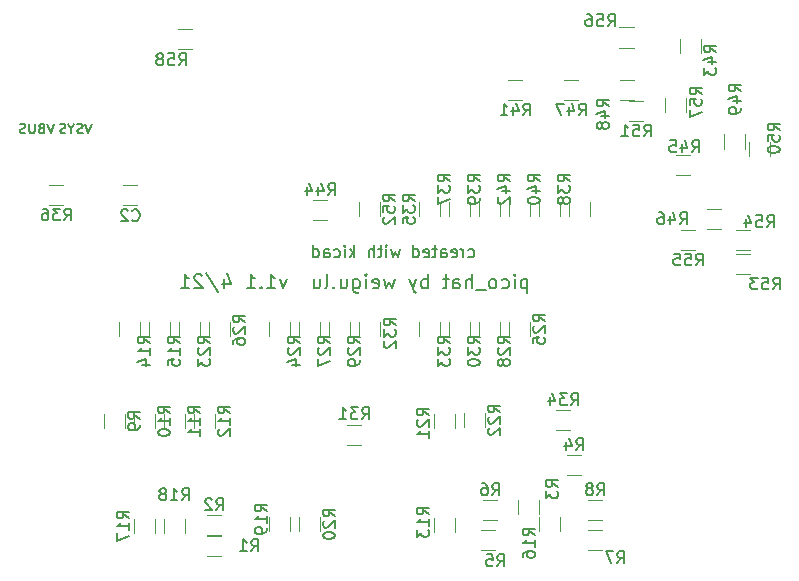
<source format=gbr>
%TF.GenerationSoftware,KiCad,Pcbnew,5.1.7-a382d34a8~87~ubuntu20.04.1*%
%TF.CreationDate,2021-04-14T12:00:42+02:00*%
%TF.ProjectId,pico_on_raspi,7069636f-5f6f-46e5-9f72-617370692e6b,rev?*%
%TF.SameCoordinates,Original*%
%TF.FileFunction,Legend,Bot*%
%TF.FilePolarity,Positive*%
%FSLAX46Y46*%
G04 Gerber Fmt 4.6, Leading zero omitted, Abs format (unit mm)*
G04 Created by KiCad (PCBNEW 5.1.7-a382d34a8~87~ubuntu20.04.1) date 2021-04-14 12:00:42*
%MOMM*%
%LPD*%
G01*
G04 APERTURE LIST*
%ADD10C,0.200000*%
%ADD11C,0.120000*%
%ADD12C,0.150000*%
G04 APERTURE END LIST*
D10*
X104909142Y-115720761D02*
X105004380Y-115768380D01*
X105194857Y-115768380D01*
X105290095Y-115720761D01*
X105337714Y-115673142D01*
X105385333Y-115577904D01*
X105385333Y-115292190D01*
X105337714Y-115196952D01*
X105290095Y-115149333D01*
X105194857Y-115101714D01*
X105004380Y-115101714D01*
X104909142Y-115149333D01*
X104480571Y-115768380D02*
X104480571Y-115101714D01*
X104480571Y-115292190D02*
X104432952Y-115196952D01*
X104385333Y-115149333D01*
X104290095Y-115101714D01*
X104194857Y-115101714D01*
X103480571Y-115720761D02*
X103575809Y-115768380D01*
X103766285Y-115768380D01*
X103861523Y-115720761D01*
X103909142Y-115625523D01*
X103909142Y-115244571D01*
X103861523Y-115149333D01*
X103766285Y-115101714D01*
X103575809Y-115101714D01*
X103480571Y-115149333D01*
X103432952Y-115244571D01*
X103432952Y-115339809D01*
X103909142Y-115435047D01*
X102575809Y-115768380D02*
X102575809Y-115244571D01*
X102623428Y-115149333D01*
X102718666Y-115101714D01*
X102909142Y-115101714D01*
X103004380Y-115149333D01*
X102575809Y-115720761D02*
X102671047Y-115768380D01*
X102909142Y-115768380D01*
X103004380Y-115720761D01*
X103052000Y-115625523D01*
X103052000Y-115530285D01*
X103004380Y-115435047D01*
X102909142Y-115387428D01*
X102671047Y-115387428D01*
X102575809Y-115339809D01*
X102242476Y-115101714D02*
X101861523Y-115101714D01*
X102099619Y-114768380D02*
X102099619Y-115625523D01*
X102052000Y-115720761D01*
X101956761Y-115768380D01*
X101861523Y-115768380D01*
X101147238Y-115720761D02*
X101242476Y-115768380D01*
X101432952Y-115768380D01*
X101528190Y-115720761D01*
X101575809Y-115625523D01*
X101575809Y-115244571D01*
X101528190Y-115149333D01*
X101432952Y-115101714D01*
X101242476Y-115101714D01*
X101147238Y-115149333D01*
X101099619Y-115244571D01*
X101099619Y-115339809D01*
X101575809Y-115435047D01*
X100242476Y-115768380D02*
X100242476Y-114768380D01*
X100242476Y-115720761D02*
X100337714Y-115768380D01*
X100528190Y-115768380D01*
X100623428Y-115720761D01*
X100671047Y-115673142D01*
X100718666Y-115577904D01*
X100718666Y-115292190D01*
X100671047Y-115196952D01*
X100623428Y-115149333D01*
X100528190Y-115101714D01*
X100337714Y-115101714D01*
X100242476Y-115149333D01*
X99099619Y-115101714D02*
X98909142Y-115768380D01*
X98718666Y-115292190D01*
X98528190Y-115768380D01*
X98337714Y-115101714D01*
X97956761Y-115768380D02*
X97956761Y-115101714D01*
X97956761Y-114768380D02*
X98004380Y-114816000D01*
X97956761Y-114863619D01*
X97909142Y-114816000D01*
X97956761Y-114768380D01*
X97956761Y-114863619D01*
X97623428Y-115101714D02*
X97242476Y-115101714D01*
X97480571Y-114768380D02*
X97480571Y-115625523D01*
X97432952Y-115720761D01*
X97337714Y-115768380D01*
X97242476Y-115768380D01*
X96909142Y-115768380D02*
X96909142Y-114768380D01*
X96480571Y-115768380D02*
X96480571Y-115244571D01*
X96528190Y-115149333D01*
X96623428Y-115101714D01*
X96766285Y-115101714D01*
X96861523Y-115149333D01*
X96909142Y-115196952D01*
X95242476Y-115768380D02*
X95242476Y-114768380D01*
X95147238Y-115387428D02*
X94861523Y-115768380D01*
X94861523Y-115101714D02*
X95242476Y-115482666D01*
X94432952Y-115768380D02*
X94432952Y-115101714D01*
X94432952Y-114768380D02*
X94480571Y-114816000D01*
X94432952Y-114863619D01*
X94385333Y-114816000D01*
X94432952Y-114768380D01*
X94432952Y-114863619D01*
X93528190Y-115720761D02*
X93623428Y-115768380D01*
X93813904Y-115768380D01*
X93909142Y-115720761D01*
X93956761Y-115673142D01*
X94004380Y-115577904D01*
X94004380Y-115292190D01*
X93956761Y-115196952D01*
X93909142Y-115149333D01*
X93813904Y-115101714D01*
X93623428Y-115101714D01*
X93528190Y-115149333D01*
X92671047Y-115768380D02*
X92671047Y-115244571D01*
X92718666Y-115149333D01*
X92813904Y-115101714D01*
X93004380Y-115101714D01*
X93099619Y-115149333D01*
X92671047Y-115720761D02*
X92766285Y-115768380D01*
X93004380Y-115768380D01*
X93099619Y-115720761D01*
X93147238Y-115625523D01*
X93147238Y-115530285D01*
X93099619Y-115435047D01*
X93004380Y-115387428D01*
X92766285Y-115387428D01*
X92671047Y-115339809D01*
X91766285Y-115768380D02*
X91766285Y-114768380D01*
X91766285Y-115720761D02*
X91861523Y-115768380D01*
X92052000Y-115768380D01*
X92147238Y-115720761D01*
X92194857Y-115673142D01*
X92242476Y-115577904D01*
X92242476Y-115292190D01*
X92194857Y-115196952D01*
X92147238Y-115149333D01*
X92052000Y-115101714D01*
X91861523Y-115101714D01*
X91766285Y-115149333D01*
X109907142Y-117598857D02*
X109907142Y-118798857D01*
X109907142Y-117656000D02*
X109792857Y-117598857D01*
X109564285Y-117598857D01*
X109450000Y-117656000D01*
X109392857Y-117713142D01*
X109335714Y-117827428D01*
X109335714Y-118170285D01*
X109392857Y-118284571D01*
X109450000Y-118341714D01*
X109564285Y-118398857D01*
X109792857Y-118398857D01*
X109907142Y-118341714D01*
X108821428Y-118398857D02*
X108821428Y-117598857D01*
X108821428Y-117198857D02*
X108878571Y-117256000D01*
X108821428Y-117313142D01*
X108764285Y-117256000D01*
X108821428Y-117198857D01*
X108821428Y-117313142D01*
X107735714Y-118341714D02*
X107850000Y-118398857D01*
X108078571Y-118398857D01*
X108192857Y-118341714D01*
X108250000Y-118284571D01*
X108307142Y-118170285D01*
X108307142Y-117827428D01*
X108250000Y-117713142D01*
X108192857Y-117656000D01*
X108078571Y-117598857D01*
X107850000Y-117598857D01*
X107735714Y-117656000D01*
X107050000Y-118398857D02*
X107164285Y-118341714D01*
X107221428Y-118284571D01*
X107278571Y-118170285D01*
X107278571Y-117827428D01*
X107221428Y-117713142D01*
X107164285Y-117656000D01*
X107050000Y-117598857D01*
X106878571Y-117598857D01*
X106764285Y-117656000D01*
X106707142Y-117713142D01*
X106650000Y-117827428D01*
X106650000Y-118170285D01*
X106707142Y-118284571D01*
X106764285Y-118341714D01*
X106878571Y-118398857D01*
X107050000Y-118398857D01*
X106421428Y-118513142D02*
X105507142Y-118513142D01*
X105221428Y-118398857D02*
X105221428Y-117198857D01*
X104707142Y-118398857D02*
X104707142Y-117770285D01*
X104764285Y-117656000D01*
X104878571Y-117598857D01*
X105050000Y-117598857D01*
X105164285Y-117656000D01*
X105221428Y-117713142D01*
X103621428Y-118398857D02*
X103621428Y-117770285D01*
X103678571Y-117656000D01*
X103792857Y-117598857D01*
X104021428Y-117598857D01*
X104135714Y-117656000D01*
X103621428Y-118341714D02*
X103735714Y-118398857D01*
X104021428Y-118398857D01*
X104135714Y-118341714D01*
X104192857Y-118227428D01*
X104192857Y-118113142D01*
X104135714Y-117998857D01*
X104021428Y-117941714D01*
X103735714Y-117941714D01*
X103621428Y-117884571D01*
X103221428Y-117598857D02*
X102764285Y-117598857D01*
X103049999Y-117198857D02*
X103049999Y-118227428D01*
X102992857Y-118341714D01*
X102878571Y-118398857D01*
X102764285Y-118398857D01*
X101449999Y-118398857D02*
X101449999Y-117198857D01*
X101449999Y-117656000D02*
X101335714Y-117598857D01*
X101107142Y-117598857D01*
X100992857Y-117656000D01*
X100935714Y-117713142D01*
X100878571Y-117827428D01*
X100878571Y-118170285D01*
X100935714Y-118284571D01*
X100992857Y-118341714D01*
X101107142Y-118398857D01*
X101335714Y-118398857D01*
X101449999Y-118341714D01*
X100478571Y-117598857D02*
X100192857Y-118398857D01*
X99907142Y-117598857D02*
X100192857Y-118398857D01*
X100307142Y-118684571D01*
X100364285Y-118741714D01*
X100478571Y-118798857D01*
X98650000Y-117598857D02*
X98421428Y-118398857D01*
X98192857Y-117827428D01*
X97964285Y-118398857D01*
X97735714Y-117598857D01*
X96821428Y-118341714D02*
X96935714Y-118398857D01*
X97164285Y-118398857D01*
X97278571Y-118341714D01*
X97335714Y-118227428D01*
X97335714Y-117770285D01*
X97278571Y-117656000D01*
X97164285Y-117598857D01*
X96935714Y-117598857D01*
X96821428Y-117656000D01*
X96764285Y-117770285D01*
X96764285Y-117884571D01*
X97335714Y-117998857D01*
X96249999Y-118398857D02*
X96249999Y-117598857D01*
X96249999Y-117198857D02*
X96307142Y-117256000D01*
X96249999Y-117313142D01*
X96192857Y-117256000D01*
X96249999Y-117198857D01*
X96249999Y-117313142D01*
X95164285Y-117598857D02*
X95164285Y-118570285D01*
X95221428Y-118684571D01*
X95278571Y-118741714D01*
X95392857Y-118798857D01*
X95564285Y-118798857D01*
X95678571Y-118741714D01*
X95164285Y-118341714D02*
X95278571Y-118398857D01*
X95507142Y-118398857D01*
X95621428Y-118341714D01*
X95678571Y-118284571D01*
X95735714Y-118170285D01*
X95735714Y-117827428D01*
X95678571Y-117713142D01*
X95621428Y-117656000D01*
X95507142Y-117598857D01*
X95278571Y-117598857D01*
X95164285Y-117656000D01*
X94078571Y-117598857D02*
X94078571Y-118398857D01*
X94592857Y-117598857D02*
X94592857Y-118227428D01*
X94535714Y-118341714D01*
X94421428Y-118398857D01*
X94249999Y-118398857D01*
X94135714Y-118341714D01*
X94078571Y-118284571D01*
X93507142Y-118284571D02*
X93449999Y-118341714D01*
X93507142Y-118398857D01*
X93564285Y-118341714D01*
X93507142Y-118284571D01*
X93507142Y-118398857D01*
X92764285Y-118398857D02*
X92878571Y-118341714D01*
X92935714Y-118227428D01*
X92935714Y-117198857D01*
X91792857Y-117598857D02*
X91792857Y-118398857D01*
X92307142Y-117598857D02*
X92307142Y-118227428D01*
X92249999Y-118341714D01*
X92135714Y-118398857D01*
X91964285Y-118398857D01*
X91849999Y-118341714D01*
X91792857Y-118284571D01*
X89507142Y-117598857D02*
X89221428Y-118398857D01*
X88935714Y-117598857D01*
X87849999Y-118398857D02*
X88535714Y-118398857D01*
X88192857Y-118398857D02*
X88192857Y-117198857D01*
X88307142Y-117370285D01*
X88421428Y-117484571D01*
X88535714Y-117541714D01*
X87335714Y-118284571D02*
X87278571Y-118341714D01*
X87335714Y-118398857D01*
X87392857Y-118341714D01*
X87335714Y-118284571D01*
X87335714Y-118398857D01*
X86135714Y-118398857D02*
X86821428Y-118398857D01*
X86478571Y-118398857D02*
X86478571Y-117198857D01*
X86592857Y-117370285D01*
X86707142Y-117484571D01*
X86821428Y-117541714D01*
X84192857Y-117598857D02*
X84192857Y-118398857D01*
X84478571Y-117141714D02*
X84764285Y-117998857D01*
X84021428Y-117998857D01*
X82707142Y-117141714D02*
X83735714Y-118684571D01*
X82364285Y-117313142D02*
X82307142Y-117256000D01*
X82192857Y-117198857D01*
X81907142Y-117198857D01*
X81792857Y-117256000D01*
X81735714Y-117313142D01*
X81678571Y-117427428D01*
X81678571Y-117541714D01*
X81735714Y-117713142D01*
X82421428Y-118398857D01*
X81678571Y-118398857D01*
X80535714Y-118398857D02*
X81221428Y-118398857D01*
X80878571Y-118398857D02*
X80878571Y-117198857D01*
X80992857Y-117370285D01*
X81107142Y-117484571D01*
X81221428Y-117541714D01*
D11*
%TO.C,R57*%
X123308000Y-103470000D02*
X123308000Y-102270000D01*
X121548000Y-102270000D02*
X121548000Y-103470000D01*
%TO.C,R51*%
X118526000Y-104258000D02*
X119726000Y-104258000D01*
X119726000Y-102498000D02*
X118526000Y-102498000D01*
%TO.C,R38*%
X115180000Y-112280000D02*
X115180000Y-111080000D01*
X113420000Y-111080000D02*
X113420000Y-112280000D01*
%TO.C,R31*%
X94650000Y-131690000D02*
X95850000Y-131690000D01*
X95850000Y-129930000D02*
X94650000Y-129930000D01*
%TO.C,C2*%
X75680000Y-111370000D02*
X76880000Y-111370000D01*
X76880000Y-109610000D02*
X75680000Y-109610000D01*
%TO.C,R1*%
X83992000Y-139328000D02*
X82792000Y-139328000D01*
X82792000Y-141088000D02*
X83992000Y-141088000D01*
%TO.C,R2*%
X82792000Y-139310000D02*
X83992000Y-139310000D01*
X83992000Y-137550000D02*
X82792000Y-137550000D01*
%TO.C,R3*%
X110862000Y-137506000D02*
X110862000Y-136306000D01*
X109102000Y-136306000D02*
X109102000Y-137506000D01*
%TO.C,R4*%
X113272000Y-134230000D02*
X114472000Y-134230000D01*
X114472000Y-132470000D02*
X113272000Y-132470000D01*
%TO.C,R5*%
X107200000Y-138820000D02*
X106000000Y-138820000D01*
X106000000Y-140580000D02*
X107200000Y-140580000D01*
%TO.C,R6*%
X106160000Y-138040000D02*
X107360000Y-138040000D01*
X107360000Y-136280000D02*
X106160000Y-136280000D01*
%TO.C,R7*%
X116250000Y-138820000D02*
X115050000Y-138820000D01*
X115050000Y-140580000D02*
X116250000Y-140580000D01*
%TO.C,R8*%
X115050000Y-138040000D02*
X116250000Y-138040000D01*
X116250000Y-136280000D02*
X115050000Y-136280000D01*
%TO.C,R9*%
X75810000Y-130220000D02*
X75810000Y-129020000D01*
X74050000Y-129020000D02*
X74050000Y-130220000D01*
%TO.C,R10*%
X78350000Y-130220000D02*
X78350000Y-129020000D01*
X76590000Y-129020000D02*
X76590000Y-130220000D01*
%TO.C,R11*%
X80890000Y-130220000D02*
X80890000Y-129020000D01*
X79130000Y-129020000D02*
X79130000Y-130220000D01*
%TO.C,R12*%
X83430000Y-130220000D02*
X83430000Y-129020000D01*
X81670000Y-129020000D02*
X81670000Y-130220000D01*
%TO.C,R13*%
X103750000Y-139030000D02*
X103750000Y-137830000D01*
X101990000Y-137830000D02*
X101990000Y-139030000D01*
%TO.C,R14*%
X75320000Y-121240000D02*
X75320000Y-122440000D01*
X77080000Y-122440000D02*
X77080000Y-121240000D01*
%TO.C,R15*%
X77860000Y-121240000D02*
X77860000Y-122440000D01*
X79620000Y-122440000D02*
X79620000Y-121240000D01*
%TO.C,R16*%
X110880000Y-137750000D02*
X110880000Y-138950000D01*
X112640000Y-138950000D02*
X112640000Y-137750000D01*
%TO.C,R17*%
X78350000Y-139110000D02*
X78350000Y-137910000D01*
X76590000Y-137910000D02*
X76590000Y-139110000D01*
%TO.C,R18*%
X80890000Y-139110000D02*
X80890000Y-137910000D01*
X79130000Y-137910000D02*
X79130000Y-139110000D01*
%TO.C,R19*%
X89780000Y-138950000D02*
X89780000Y-137750000D01*
X88020000Y-137750000D02*
X88020000Y-138950000D01*
%TO.C,R20*%
X92320000Y-138950000D02*
X92320000Y-137750000D01*
X90560000Y-137750000D02*
X90560000Y-138950000D01*
%TO.C,R21*%
X103750000Y-130220000D02*
X103750000Y-129020000D01*
X101990000Y-129020000D02*
X101990000Y-130220000D01*
%TO.C,R22*%
X106290000Y-130140000D02*
X106290000Y-128940000D01*
X104530000Y-128940000D02*
X104530000Y-130140000D01*
%TO.C,R23*%
X80400000Y-121240000D02*
X80400000Y-122440000D01*
X82160000Y-122440000D02*
X82160000Y-121240000D01*
%TO.C,R24*%
X88020000Y-121240000D02*
X88020000Y-122440000D01*
X89780000Y-122440000D02*
X89780000Y-121240000D01*
%TO.C,R25*%
X108340000Y-121240000D02*
X108340000Y-122440000D01*
X110100000Y-122440000D02*
X110100000Y-121240000D01*
%TO.C,R26*%
X82940000Y-121240000D02*
X82940000Y-122440000D01*
X84700000Y-122440000D02*
X84700000Y-121240000D01*
%TO.C,R27*%
X90560000Y-121240000D02*
X90560000Y-122440000D01*
X92320000Y-122440000D02*
X92320000Y-121240000D01*
%TO.C,R28*%
X105800000Y-121240000D02*
X105800000Y-122440000D01*
X107560000Y-122440000D02*
X107560000Y-121240000D01*
%TO.C,R29*%
X93100000Y-121240000D02*
X93100000Y-122440000D01*
X94860000Y-122440000D02*
X94860000Y-121240000D01*
%TO.C,R30*%
X103260000Y-121240000D02*
X103260000Y-122440000D01*
X105020000Y-122440000D02*
X105020000Y-121240000D01*
%TO.C,R32*%
X95640000Y-121240000D02*
X95640000Y-122440000D01*
X97400000Y-122440000D02*
X97400000Y-121240000D01*
%TO.C,R33*%
X100720000Y-121240000D02*
X100720000Y-122440000D01*
X102480000Y-122440000D02*
X102480000Y-121240000D01*
%TO.C,R34*%
X112350000Y-130420000D02*
X113550000Y-130420000D01*
X113550000Y-128660000D02*
X112350000Y-128660000D01*
%TO.C,R35*%
X102480000Y-112280000D02*
X102480000Y-111080000D01*
X100720000Y-111080000D02*
X100720000Y-112280000D01*
%TO.C,R36*%
X70624000Y-109610000D02*
X69424000Y-109610000D01*
X69424000Y-111370000D02*
X70624000Y-111370000D01*
%TO.C,R37*%
X105020000Y-112280000D02*
X105020000Y-111080000D01*
X103260000Y-111080000D02*
X103260000Y-112280000D01*
%TO.C,R39*%
X107560000Y-112280000D02*
X107560000Y-111080000D01*
X105800000Y-111080000D02*
X105800000Y-112280000D01*
%TO.C,R40*%
X112640000Y-112280000D02*
X112640000Y-111080000D01*
X110880000Y-111080000D02*
X110880000Y-112280000D01*
%TO.C,R41*%
X108286000Y-102480000D02*
X109486000Y-102480000D01*
X109486000Y-100720000D02*
X108286000Y-100720000D01*
%TO.C,R42*%
X110100000Y-112280000D02*
X110100000Y-111080000D01*
X108340000Y-111080000D02*
X108340000Y-112280000D01*
%TO.C,R43*%
X122818000Y-97270000D02*
X122818000Y-98470000D01*
X124578000Y-98470000D02*
X124578000Y-97270000D01*
%TO.C,R44*%
X91776000Y-112640000D02*
X92976000Y-112640000D01*
X92976000Y-110880000D02*
X91776000Y-110880000D01*
%TO.C,R45*%
X122510000Y-108830000D02*
X123710000Y-108830000D01*
X123710000Y-107070000D02*
X122510000Y-107070000D01*
%TO.C,R46*%
X125130000Y-113402000D02*
X126330000Y-113402000D01*
X126330000Y-111642000D02*
X125130000Y-111642000D01*
%TO.C,R47*%
X113018000Y-102480000D02*
X114218000Y-102480000D01*
X114218000Y-100720000D02*
X113018000Y-100720000D01*
%TO.C,R48*%
X117764000Y-102480000D02*
X118964000Y-102480000D01*
X118964000Y-100720000D02*
X117764000Y-100720000D01*
%TO.C,R49*%
X128337200Y-106568800D02*
X128337200Y-105368800D01*
X126577200Y-105368800D02*
X126577200Y-106568800D01*
%TO.C,R50*%
X128660000Y-106000000D02*
X128660000Y-107200000D01*
X130420000Y-107200000D02*
X130420000Y-106000000D01*
%TO.C,R52*%
X95640000Y-111080000D02*
X95640000Y-112280000D01*
X97400000Y-112280000D02*
X97400000Y-111080000D01*
%TO.C,R53*%
X127590000Y-117212000D02*
X128790000Y-117212000D01*
X128790000Y-115452000D02*
X127590000Y-115452000D01*
%TO.C,R54*%
X128790000Y-113420000D02*
X127590000Y-113420000D01*
X127590000Y-115180000D02*
X128790000Y-115180000D01*
%TO.C,R55*%
X122924000Y-115180000D02*
X124124000Y-115180000D01*
X124124000Y-113420000D02*
X122924000Y-113420000D01*
%TO.C,R56*%
X118887800Y-96249600D02*
X117687800Y-96249600D01*
X117687800Y-98009600D02*
X118887800Y-98009600D01*
%TO.C,R58*%
X81546000Y-96402000D02*
X80346000Y-96402000D01*
X80346000Y-98162000D02*
X81546000Y-98162000D01*
%TO.C,U1*%
D12*
X72999428Y-104463904D02*
X72732761Y-105263904D01*
X72466095Y-104463904D01*
X72237523Y-105225809D02*
X72123238Y-105263904D01*
X71932761Y-105263904D01*
X71856571Y-105225809D01*
X71818476Y-105187714D01*
X71780380Y-105111523D01*
X71780380Y-105035333D01*
X71818476Y-104959142D01*
X71856571Y-104921047D01*
X71932761Y-104882952D01*
X72085142Y-104844857D01*
X72161333Y-104806761D01*
X72199428Y-104768666D01*
X72237523Y-104692476D01*
X72237523Y-104616285D01*
X72199428Y-104540095D01*
X72161333Y-104502000D01*
X72085142Y-104463904D01*
X71894666Y-104463904D01*
X71780380Y-104502000D01*
X71285142Y-104882952D02*
X71285142Y-105263904D01*
X71551809Y-104463904D02*
X71285142Y-104882952D01*
X71018476Y-104463904D01*
X70789904Y-105225809D02*
X70675619Y-105263904D01*
X70485142Y-105263904D01*
X70408952Y-105225809D01*
X70370857Y-105187714D01*
X70332761Y-105111523D01*
X70332761Y-105035333D01*
X70370857Y-104959142D01*
X70408952Y-104921047D01*
X70485142Y-104882952D01*
X70637523Y-104844857D01*
X70713714Y-104806761D01*
X70751809Y-104768666D01*
X70789904Y-104692476D01*
X70789904Y-104616285D01*
X70751809Y-104540095D01*
X70713714Y-104502000D01*
X70637523Y-104463904D01*
X70447047Y-104463904D01*
X70332761Y-104502000D01*
X69792666Y-104463904D02*
X69526000Y-105263904D01*
X69259333Y-104463904D01*
X68726000Y-104844857D02*
X68611714Y-104882952D01*
X68573619Y-104921047D01*
X68535523Y-104997238D01*
X68535523Y-105111523D01*
X68573619Y-105187714D01*
X68611714Y-105225809D01*
X68687904Y-105263904D01*
X68992666Y-105263904D01*
X68992666Y-104463904D01*
X68726000Y-104463904D01*
X68649809Y-104502000D01*
X68611714Y-104540095D01*
X68573619Y-104616285D01*
X68573619Y-104692476D01*
X68611714Y-104768666D01*
X68649809Y-104806761D01*
X68726000Y-104844857D01*
X68992666Y-104844857D01*
X68192666Y-104463904D02*
X68192666Y-105111523D01*
X68154571Y-105187714D01*
X68116476Y-105225809D01*
X68040285Y-105263904D01*
X67887904Y-105263904D01*
X67811714Y-105225809D01*
X67773619Y-105187714D01*
X67735523Y-105111523D01*
X67735523Y-104463904D01*
X67392666Y-105225809D02*
X67278380Y-105263904D01*
X67087904Y-105263904D01*
X67011714Y-105225809D01*
X66973619Y-105187714D01*
X66935523Y-105111523D01*
X66935523Y-105035333D01*
X66973619Y-104959142D01*
X67011714Y-104921047D01*
X67087904Y-104882952D01*
X67240285Y-104844857D01*
X67316476Y-104806761D01*
X67354571Y-104768666D01*
X67392666Y-104692476D01*
X67392666Y-104616285D01*
X67354571Y-104540095D01*
X67316476Y-104502000D01*
X67240285Y-104463904D01*
X67049809Y-104463904D01*
X66935523Y-104502000D01*
%TO.C,R57*%
X124658380Y-101973142D02*
X124182190Y-101639809D01*
X124658380Y-101401714D02*
X123658380Y-101401714D01*
X123658380Y-101782666D01*
X123706000Y-101877904D01*
X123753619Y-101925523D01*
X123848857Y-101973142D01*
X123991714Y-101973142D01*
X124086952Y-101925523D01*
X124134571Y-101877904D01*
X124182190Y-101782666D01*
X124182190Y-101401714D01*
X123658380Y-102877904D02*
X123658380Y-102401714D01*
X124134571Y-102354095D01*
X124086952Y-102401714D01*
X124039333Y-102496952D01*
X124039333Y-102735047D01*
X124086952Y-102830285D01*
X124134571Y-102877904D01*
X124229809Y-102925523D01*
X124467904Y-102925523D01*
X124563142Y-102877904D01*
X124610761Y-102830285D01*
X124658380Y-102735047D01*
X124658380Y-102496952D01*
X124610761Y-102401714D01*
X124563142Y-102354095D01*
X123658380Y-103258857D02*
X123658380Y-103925523D01*
X124658380Y-103496952D01*
%TO.C,R51*%
X119768857Y-105530380D02*
X120102190Y-105054190D01*
X120340285Y-105530380D02*
X120340285Y-104530380D01*
X119959333Y-104530380D01*
X119864095Y-104578000D01*
X119816476Y-104625619D01*
X119768857Y-104720857D01*
X119768857Y-104863714D01*
X119816476Y-104958952D01*
X119864095Y-105006571D01*
X119959333Y-105054190D01*
X120340285Y-105054190D01*
X118864095Y-104530380D02*
X119340285Y-104530380D01*
X119387904Y-105006571D01*
X119340285Y-104958952D01*
X119245047Y-104911333D01*
X119006952Y-104911333D01*
X118911714Y-104958952D01*
X118864095Y-105006571D01*
X118816476Y-105101809D01*
X118816476Y-105339904D01*
X118864095Y-105435142D01*
X118911714Y-105482761D01*
X119006952Y-105530380D01*
X119245047Y-105530380D01*
X119340285Y-105482761D01*
X119387904Y-105435142D01*
X117864095Y-105530380D02*
X118435523Y-105530380D01*
X118149809Y-105530380D02*
X118149809Y-104530380D01*
X118245047Y-104673238D01*
X118340285Y-104768476D01*
X118435523Y-104816095D01*
%TO.C,R38*%
X113482380Y-109339142D02*
X113006190Y-109005809D01*
X113482380Y-108767714D02*
X112482380Y-108767714D01*
X112482380Y-109148666D01*
X112530000Y-109243904D01*
X112577619Y-109291523D01*
X112672857Y-109339142D01*
X112815714Y-109339142D01*
X112910952Y-109291523D01*
X112958571Y-109243904D01*
X113006190Y-109148666D01*
X113006190Y-108767714D01*
X112482380Y-109672476D02*
X112482380Y-110291523D01*
X112863333Y-109958190D01*
X112863333Y-110101047D01*
X112910952Y-110196285D01*
X112958571Y-110243904D01*
X113053809Y-110291523D01*
X113291904Y-110291523D01*
X113387142Y-110243904D01*
X113434761Y-110196285D01*
X113482380Y-110101047D01*
X113482380Y-109815333D01*
X113434761Y-109720095D01*
X113387142Y-109672476D01*
X112910952Y-110862952D02*
X112863333Y-110767714D01*
X112815714Y-110720095D01*
X112720476Y-110672476D01*
X112672857Y-110672476D01*
X112577619Y-110720095D01*
X112530000Y-110767714D01*
X112482380Y-110862952D01*
X112482380Y-111053428D01*
X112530000Y-111148666D01*
X112577619Y-111196285D01*
X112672857Y-111243904D01*
X112720476Y-111243904D01*
X112815714Y-111196285D01*
X112863333Y-111148666D01*
X112910952Y-111053428D01*
X112910952Y-110862952D01*
X112958571Y-110767714D01*
X113006190Y-110720095D01*
X113101428Y-110672476D01*
X113291904Y-110672476D01*
X113387142Y-110720095D01*
X113434761Y-110767714D01*
X113482380Y-110862952D01*
X113482380Y-111053428D01*
X113434761Y-111148666D01*
X113387142Y-111196285D01*
X113291904Y-111243904D01*
X113101428Y-111243904D01*
X113006190Y-111196285D01*
X112958571Y-111148666D01*
X112910952Y-111053428D01*
%TO.C,R31*%
X95892857Y-129484380D02*
X96226190Y-129008190D01*
X96464285Y-129484380D02*
X96464285Y-128484380D01*
X96083333Y-128484380D01*
X95988095Y-128532000D01*
X95940476Y-128579619D01*
X95892857Y-128674857D01*
X95892857Y-128817714D01*
X95940476Y-128912952D01*
X95988095Y-128960571D01*
X96083333Y-129008190D01*
X96464285Y-129008190D01*
X95559523Y-128484380D02*
X94940476Y-128484380D01*
X95273809Y-128865333D01*
X95130952Y-128865333D01*
X95035714Y-128912952D01*
X94988095Y-128960571D01*
X94940476Y-129055809D01*
X94940476Y-129293904D01*
X94988095Y-129389142D01*
X95035714Y-129436761D01*
X95130952Y-129484380D01*
X95416666Y-129484380D01*
X95511904Y-129436761D01*
X95559523Y-129389142D01*
X93988095Y-129484380D02*
X94559523Y-129484380D01*
X94273809Y-129484380D02*
X94273809Y-128484380D01*
X94369047Y-128627238D01*
X94464285Y-128722476D01*
X94559523Y-128770095D01*
%TO.C,C2*%
X76446666Y-112625142D02*
X76494285Y-112672761D01*
X76637142Y-112720380D01*
X76732380Y-112720380D01*
X76875238Y-112672761D01*
X76970476Y-112577523D01*
X77018095Y-112482285D01*
X77065714Y-112291809D01*
X77065714Y-112148952D01*
X77018095Y-111958476D01*
X76970476Y-111863238D01*
X76875238Y-111768000D01*
X76732380Y-111720380D01*
X76637142Y-111720380D01*
X76494285Y-111768000D01*
X76446666Y-111815619D01*
X76065714Y-111815619D02*
X76018095Y-111768000D01*
X75922857Y-111720380D01*
X75684761Y-111720380D01*
X75589523Y-111768000D01*
X75541904Y-111815619D01*
X75494285Y-111910857D01*
X75494285Y-112006095D01*
X75541904Y-112148952D01*
X76113333Y-112720380D01*
X75494285Y-112720380D01*
%TO.C,R1*%
X86526666Y-140660380D02*
X86860000Y-140184190D01*
X87098095Y-140660380D02*
X87098095Y-139660380D01*
X86717142Y-139660380D01*
X86621904Y-139708000D01*
X86574285Y-139755619D01*
X86526666Y-139850857D01*
X86526666Y-139993714D01*
X86574285Y-140088952D01*
X86621904Y-140136571D01*
X86717142Y-140184190D01*
X87098095Y-140184190D01*
X85574285Y-140660380D02*
X86145714Y-140660380D01*
X85860000Y-140660380D02*
X85860000Y-139660380D01*
X85955238Y-139803238D01*
X86050476Y-139898476D01*
X86145714Y-139946095D01*
%TO.C,R2*%
X83558666Y-137182380D02*
X83892000Y-136706190D01*
X84130095Y-137182380D02*
X84130095Y-136182380D01*
X83749142Y-136182380D01*
X83653904Y-136230000D01*
X83606285Y-136277619D01*
X83558666Y-136372857D01*
X83558666Y-136515714D01*
X83606285Y-136610952D01*
X83653904Y-136658571D01*
X83749142Y-136706190D01*
X84130095Y-136706190D01*
X83177714Y-136277619D02*
X83130095Y-136230000D01*
X83034857Y-136182380D01*
X82796761Y-136182380D01*
X82701523Y-136230000D01*
X82653904Y-136277619D01*
X82606285Y-136372857D01*
X82606285Y-136468095D01*
X82653904Y-136610952D01*
X83225333Y-137182380D01*
X82606285Y-137182380D01*
%TO.C,R3*%
X112466380Y-135215333D02*
X111990190Y-134882000D01*
X112466380Y-134643904D02*
X111466380Y-134643904D01*
X111466380Y-135024857D01*
X111514000Y-135120095D01*
X111561619Y-135167714D01*
X111656857Y-135215333D01*
X111799714Y-135215333D01*
X111894952Y-135167714D01*
X111942571Y-135120095D01*
X111990190Y-135024857D01*
X111990190Y-134643904D01*
X111466380Y-135548666D02*
X111466380Y-136167714D01*
X111847333Y-135834380D01*
X111847333Y-135977238D01*
X111894952Y-136072476D01*
X111942571Y-136120095D01*
X112037809Y-136167714D01*
X112275904Y-136167714D01*
X112371142Y-136120095D01*
X112418761Y-136072476D01*
X112466380Y-135977238D01*
X112466380Y-135691523D01*
X112418761Y-135596285D01*
X112371142Y-135548666D01*
%TO.C,R4*%
X114038666Y-132102380D02*
X114372000Y-131626190D01*
X114610095Y-132102380D02*
X114610095Y-131102380D01*
X114229142Y-131102380D01*
X114133904Y-131150000D01*
X114086285Y-131197619D01*
X114038666Y-131292857D01*
X114038666Y-131435714D01*
X114086285Y-131530952D01*
X114133904Y-131578571D01*
X114229142Y-131626190D01*
X114610095Y-131626190D01*
X113181523Y-131435714D02*
X113181523Y-132102380D01*
X113419619Y-131054761D02*
X113657714Y-131769047D01*
X113038666Y-131769047D01*
%TO.C,R5*%
X107354666Y-141930380D02*
X107688000Y-141454190D01*
X107926095Y-141930380D02*
X107926095Y-140930380D01*
X107545142Y-140930380D01*
X107449904Y-140978000D01*
X107402285Y-141025619D01*
X107354666Y-141120857D01*
X107354666Y-141263714D01*
X107402285Y-141358952D01*
X107449904Y-141406571D01*
X107545142Y-141454190D01*
X107926095Y-141454190D01*
X106449904Y-140930380D02*
X106926095Y-140930380D01*
X106973714Y-141406571D01*
X106926095Y-141358952D01*
X106830857Y-141311333D01*
X106592761Y-141311333D01*
X106497523Y-141358952D01*
X106449904Y-141406571D01*
X106402285Y-141501809D01*
X106402285Y-141739904D01*
X106449904Y-141835142D01*
X106497523Y-141882761D01*
X106592761Y-141930380D01*
X106830857Y-141930380D01*
X106926095Y-141882761D01*
X106973714Y-141835142D01*
%TO.C,R6*%
X106926666Y-135912380D02*
X107260000Y-135436190D01*
X107498095Y-135912380D02*
X107498095Y-134912380D01*
X107117142Y-134912380D01*
X107021904Y-134960000D01*
X106974285Y-135007619D01*
X106926666Y-135102857D01*
X106926666Y-135245714D01*
X106974285Y-135340952D01*
X107021904Y-135388571D01*
X107117142Y-135436190D01*
X107498095Y-135436190D01*
X106069523Y-134912380D02*
X106260000Y-134912380D01*
X106355238Y-134960000D01*
X106402857Y-135007619D01*
X106498095Y-135150476D01*
X106545714Y-135340952D01*
X106545714Y-135721904D01*
X106498095Y-135817142D01*
X106450476Y-135864761D01*
X106355238Y-135912380D01*
X106164761Y-135912380D01*
X106069523Y-135864761D01*
X106021904Y-135817142D01*
X105974285Y-135721904D01*
X105974285Y-135483809D01*
X106021904Y-135388571D01*
X106069523Y-135340952D01*
X106164761Y-135293333D01*
X106355238Y-135293333D01*
X106450476Y-135340952D01*
X106498095Y-135388571D01*
X106545714Y-135483809D01*
%TO.C,R7*%
X117514666Y-141676380D02*
X117848000Y-141200190D01*
X118086095Y-141676380D02*
X118086095Y-140676380D01*
X117705142Y-140676380D01*
X117609904Y-140724000D01*
X117562285Y-140771619D01*
X117514666Y-140866857D01*
X117514666Y-141009714D01*
X117562285Y-141104952D01*
X117609904Y-141152571D01*
X117705142Y-141200190D01*
X118086095Y-141200190D01*
X117181333Y-140676380D02*
X116514666Y-140676380D01*
X116943238Y-141676380D01*
%TO.C,R8*%
X115816666Y-135912380D02*
X116150000Y-135436190D01*
X116388095Y-135912380D02*
X116388095Y-134912380D01*
X116007142Y-134912380D01*
X115911904Y-134960000D01*
X115864285Y-135007619D01*
X115816666Y-135102857D01*
X115816666Y-135245714D01*
X115864285Y-135340952D01*
X115911904Y-135388571D01*
X116007142Y-135436190D01*
X116388095Y-135436190D01*
X115245238Y-135340952D02*
X115340476Y-135293333D01*
X115388095Y-135245714D01*
X115435714Y-135150476D01*
X115435714Y-135102857D01*
X115388095Y-135007619D01*
X115340476Y-134960000D01*
X115245238Y-134912380D01*
X115054761Y-134912380D01*
X114959523Y-134960000D01*
X114911904Y-135007619D01*
X114864285Y-135102857D01*
X114864285Y-135150476D01*
X114911904Y-135245714D01*
X114959523Y-135293333D01*
X115054761Y-135340952D01*
X115245238Y-135340952D01*
X115340476Y-135388571D01*
X115388095Y-135436190D01*
X115435714Y-135531428D01*
X115435714Y-135721904D01*
X115388095Y-135817142D01*
X115340476Y-135864761D01*
X115245238Y-135912380D01*
X115054761Y-135912380D01*
X114959523Y-135864761D01*
X114911904Y-135817142D01*
X114864285Y-135721904D01*
X114864285Y-135531428D01*
X114911904Y-135436190D01*
X114959523Y-135388571D01*
X115054761Y-135340952D01*
%TO.C,R9*%
X77082380Y-129453333D02*
X76606190Y-129120000D01*
X77082380Y-128881904D02*
X76082380Y-128881904D01*
X76082380Y-129262857D01*
X76130000Y-129358095D01*
X76177619Y-129405714D01*
X76272857Y-129453333D01*
X76415714Y-129453333D01*
X76510952Y-129405714D01*
X76558571Y-129358095D01*
X76606190Y-129262857D01*
X76606190Y-128881904D01*
X77082380Y-129929523D02*
X77082380Y-130120000D01*
X77034761Y-130215238D01*
X76987142Y-130262857D01*
X76844285Y-130358095D01*
X76653809Y-130405714D01*
X76272857Y-130405714D01*
X76177619Y-130358095D01*
X76130000Y-130310476D01*
X76082380Y-130215238D01*
X76082380Y-130024761D01*
X76130000Y-129929523D01*
X76177619Y-129881904D01*
X76272857Y-129834285D01*
X76510952Y-129834285D01*
X76606190Y-129881904D01*
X76653809Y-129929523D01*
X76701428Y-130024761D01*
X76701428Y-130215238D01*
X76653809Y-130310476D01*
X76606190Y-130358095D01*
X76510952Y-130405714D01*
%TO.C,R10*%
X79622380Y-128977142D02*
X79146190Y-128643809D01*
X79622380Y-128405714D02*
X78622380Y-128405714D01*
X78622380Y-128786666D01*
X78670000Y-128881904D01*
X78717619Y-128929523D01*
X78812857Y-128977142D01*
X78955714Y-128977142D01*
X79050952Y-128929523D01*
X79098571Y-128881904D01*
X79146190Y-128786666D01*
X79146190Y-128405714D01*
X79622380Y-129929523D02*
X79622380Y-129358095D01*
X79622380Y-129643809D02*
X78622380Y-129643809D01*
X78765238Y-129548571D01*
X78860476Y-129453333D01*
X78908095Y-129358095D01*
X78622380Y-130548571D02*
X78622380Y-130643809D01*
X78670000Y-130739047D01*
X78717619Y-130786666D01*
X78812857Y-130834285D01*
X79003333Y-130881904D01*
X79241428Y-130881904D01*
X79431904Y-130834285D01*
X79527142Y-130786666D01*
X79574761Y-130739047D01*
X79622380Y-130643809D01*
X79622380Y-130548571D01*
X79574761Y-130453333D01*
X79527142Y-130405714D01*
X79431904Y-130358095D01*
X79241428Y-130310476D01*
X79003333Y-130310476D01*
X78812857Y-130358095D01*
X78717619Y-130405714D01*
X78670000Y-130453333D01*
X78622380Y-130548571D01*
%TO.C,R11*%
X82162380Y-128977142D02*
X81686190Y-128643809D01*
X82162380Y-128405714D02*
X81162380Y-128405714D01*
X81162380Y-128786666D01*
X81210000Y-128881904D01*
X81257619Y-128929523D01*
X81352857Y-128977142D01*
X81495714Y-128977142D01*
X81590952Y-128929523D01*
X81638571Y-128881904D01*
X81686190Y-128786666D01*
X81686190Y-128405714D01*
X82162380Y-129929523D02*
X82162380Y-129358095D01*
X82162380Y-129643809D02*
X81162380Y-129643809D01*
X81305238Y-129548571D01*
X81400476Y-129453333D01*
X81448095Y-129358095D01*
X82162380Y-130881904D02*
X82162380Y-130310476D01*
X82162380Y-130596190D02*
X81162380Y-130596190D01*
X81305238Y-130500952D01*
X81400476Y-130405714D01*
X81448095Y-130310476D01*
%TO.C,R12*%
X84702380Y-128977142D02*
X84226190Y-128643809D01*
X84702380Y-128405714D02*
X83702380Y-128405714D01*
X83702380Y-128786666D01*
X83750000Y-128881904D01*
X83797619Y-128929523D01*
X83892857Y-128977142D01*
X84035714Y-128977142D01*
X84130952Y-128929523D01*
X84178571Y-128881904D01*
X84226190Y-128786666D01*
X84226190Y-128405714D01*
X84702380Y-129929523D02*
X84702380Y-129358095D01*
X84702380Y-129643809D02*
X83702380Y-129643809D01*
X83845238Y-129548571D01*
X83940476Y-129453333D01*
X83988095Y-129358095D01*
X83797619Y-130310476D02*
X83750000Y-130358095D01*
X83702380Y-130453333D01*
X83702380Y-130691428D01*
X83750000Y-130786666D01*
X83797619Y-130834285D01*
X83892857Y-130881904D01*
X83988095Y-130881904D01*
X84130952Y-130834285D01*
X84702380Y-130262857D01*
X84702380Y-130881904D01*
%TO.C,R13*%
X101544380Y-137533142D02*
X101068190Y-137199809D01*
X101544380Y-136961714D02*
X100544380Y-136961714D01*
X100544380Y-137342666D01*
X100592000Y-137437904D01*
X100639619Y-137485523D01*
X100734857Y-137533142D01*
X100877714Y-137533142D01*
X100972952Y-137485523D01*
X101020571Y-137437904D01*
X101068190Y-137342666D01*
X101068190Y-136961714D01*
X101544380Y-138485523D02*
X101544380Y-137914095D01*
X101544380Y-138199809D02*
X100544380Y-138199809D01*
X100687238Y-138104571D01*
X100782476Y-138009333D01*
X100830095Y-137914095D01*
X100544380Y-138818857D02*
X100544380Y-139437904D01*
X100925333Y-139104571D01*
X100925333Y-139247428D01*
X100972952Y-139342666D01*
X101020571Y-139390285D01*
X101115809Y-139437904D01*
X101353904Y-139437904D01*
X101449142Y-139390285D01*
X101496761Y-139342666D01*
X101544380Y-139247428D01*
X101544380Y-138961714D01*
X101496761Y-138866476D01*
X101449142Y-138818857D01*
%TO.C,R14*%
X77922380Y-123055142D02*
X77446190Y-122721809D01*
X77922380Y-122483714D02*
X76922380Y-122483714D01*
X76922380Y-122864666D01*
X76970000Y-122959904D01*
X77017619Y-123007523D01*
X77112857Y-123055142D01*
X77255714Y-123055142D01*
X77350952Y-123007523D01*
X77398571Y-122959904D01*
X77446190Y-122864666D01*
X77446190Y-122483714D01*
X77922380Y-124007523D02*
X77922380Y-123436095D01*
X77922380Y-123721809D02*
X76922380Y-123721809D01*
X77065238Y-123626571D01*
X77160476Y-123531333D01*
X77208095Y-123436095D01*
X77255714Y-124864666D02*
X77922380Y-124864666D01*
X76874761Y-124626571D02*
X77589047Y-124388476D01*
X77589047Y-125007523D01*
%TO.C,R15*%
X80462380Y-123055142D02*
X79986190Y-122721809D01*
X80462380Y-122483714D02*
X79462380Y-122483714D01*
X79462380Y-122864666D01*
X79510000Y-122959904D01*
X79557619Y-123007523D01*
X79652857Y-123055142D01*
X79795714Y-123055142D01*
X79890952Y-123007523D01*
X79938571Y-122959904D01*
X79986190Y-122864666D01*
X79986190Y-122483714D01*
X80462380Y-124007523D02*
X80462380Y-123436095D01*
X80462380Y-123721809D02*
X79462380Y-123721809D01*
X79605238Y-123626571D01*
X79700476Y-123531333D01*
X79748095Y-123436095D01*
X79462380Y-124912285D02*
X79462380Y-124436095D01*
X79938571Y-124388476D01*
X79890952Y-124436095D01*
X79843333Y-124531333D01*
X79843333Y-124769428D01*
X79890952Y-124864666D01*
X79938571Y-124912285D01*
X80033809Y-124959904D01*
X80271904Y-124959904D01*
X80367142Y-124912285D01*
X80414761Y-124864666D01*
X80462380Y-124769428D01*
X80462380Y-124531333D01*
X80414761Y-124436095D01*
X80367142Y-124388476D01*
%TO.C,R16*%
X110512380Y-139311142D02*
X110036190Y-138977809D01*
X110512380Y-138739714D02*
X109512380Y-138739714D01*
X109512380Y-139120666D01*
X109560000Y-139215904D01*
X109607619Y-139263523D01*
X109702857Y-139311142D01*
X109845714Y-139311142D01*
X109940952Y-139263523D01*
X109988571Y-139215904D01*
X110036190Y-139120666D01*
X110036190Y-138739714D01*
X110512380Y-140263523D02*
X110512380Y-139692095D01*
X110512380Y-139977809D02*
X109512380Y-139977809D01*
X109655238Y-139882571D01*
X109750476Y-139787333D01*
X109798095Y-139692095D01*
X109512380Y-141120666D02*
X109512380Y-140930190D01*
X109560000Y-140834952D01*
X109607619Y-140787333D01*
X109750476Y-140692095D01*
X109940952Y-140644476D01*
X110321904Y-140644476D01*
X110417142Y-140692095D01*
X110464761Y-140739714D01*
X110512380Y-140834952D01*
X110512380Y-141025428D01*
X110464761Y-141120666D01*
X110417142Y-141168285D01*
X110321904Y-141215904D01*
X110083809Y-141215904D01*
X109988571Y-141168285D01*
X109940952Y-141120666D01*
X109893333Y-141025428D01*
X109893333Y-140834952D01*
X109940952Y-140739714D01*
X109988571Y-140692095D01*
X110083809Y-140644476D01*
%TO.C,R17*%
X76144380Y-137867142D02*
X75668190Y-137533809D01*
X76144380Y-137295714D02*
X75144380Y-137295714D01*
X75144380Y-137676666D01*
X75192000Y-137771904D01*
X75239619Y-137819523D01*
X75334857Y-137867142D01*
X75477714Y-137867142D01*
X75572952Y-137819523D01*
X75620571Y-137771904D01*
X75668190Y-137676666D01*
X75668190Y-137295714D01*
X76144380Y-138819523D02*
X76144380Y-138248095D01*
X76144380Y-138533809D02*
X75144380Y-138533809D01*
X75287238Y-138438571D01*
X75382476Y-138343333D01*
X75430095Y-138248095D01*
X75144380Y-139152857D02*
X75144380Y-139819523D01*
X76144380Y-139390952D01*
%TO.C,R18*%
X80652857Y-136342380D02*
X80986190Y-135866190D01*
X81224285Y-136342380D02*
X81224285Y-135342380D01*
X80843333Y-135342380D01*
X80748095Y-135390000D01*
X80700476Y-135437619D01*
X80652857Y-135532857D01*
X80652857Y-135675714D01*
X80700476Y-135770952D01*
X80748095Y-135818571D01*
X80843333Y-135866190D01*
X81224285Y-135866190D01*
X79700476Y-136342380D02*
X80271904Y-136342380D01*
X79986190Y-136342380D02*
X79986190Y-135342380D01*
X80081428Y-135485238D01*
X80176666Y-135580476D01*
X80271904Y-135628095D01*
X79129047Y-135770952D02*
X79224285Y-135723333D01*
X79271904Y-135675714D01*
X79319523Y-135580476D01*
X79319523Y-135532857D01*
X79271904Y-135437619D01*
X79224285Y-135390000D01*
X79129047Y-135342380D01*
X78938571Y-135342380D01*
X78843333Y-135390000D01*
X78795714Y-135437619D01*
X78748095Y-135532857D01*
X78748095Y-135580476D01*
X78795714Y-135675714D01*
X78843333Y-135723333D01*
X78938571Y-135770952D01*
X79129047Y-135770952D01*
X79224285Y-135818571D01*
X79271904Y-135866190D01*
X79319523Y-135961428D01*
X79319523Y-136151904D01*
X79271904Y-136247142D01*
X79224285Y-136294761D01*
X79129047Y-136342380D01*
X78938571Y-136342380D01*
X78843333Y-136294761D01*
X78795714Y-136247142D01*
X78748095Y-136151904D01*
X78748095Y-135961428D01*
X78795714Y-135866190D01*
X78843333Y-135818571D01*
X78938571Y-135770952D01*
%TO.C,R19*%
X87828380Y-137279142D02*
X87352190Y-136945809D01*
X87828380Y-136707714D02*
X86828380Y-136707714D01*
X86828380Y-137088666D01*
X86876000Y-137183904D01*
X86923619Y-137231523D01*
X87018857Y-137279142D01*
X87161714Y-137279142D01*
X87256952Y-137231523D01*
X87304571Y-137183904D01*
X87352190Y-137088666D01*
X87352190Y-136707714D01*
X87828380Y-138231523D02*
X87828380Y-137660095D01*
X87828380Y-137945809D02*
X86828380Y-137945809D01*
X86971238Y-137850571D01*
X87066476Y-137755333D01*
X87114095Y-137660095D01*
X87828380Y-138707714D02*
X87828380Y-138898190D01*
X87780761Y-138993428D01*
X87733142Y-139041047D01*
X87590285Y-139136285D01*
X87399809Y-139183904D01*
X87018857Y-139183904D01*
X86923619Y-139136285D01*
X86876000Y-139088666D01*
X86828380Y-138993428D01*
X86828380Y-138802952D01*
X86876000Y-138707714D01*
X86923619Y-138660095D01*
X87018857Y-138612476D01*
X87256952Y-138612476D01*
X87352190Y-138660095D01*
X87399809Y-138707714D01*
X87447428Y-138802952D01*
X87447428Y-138993428D01*
X87399809Y-139088666D01*
X87352190Y-139136285D01*
X87256952Y-139183904D01*
%TO.C,R20*%
X93592380Y-137707142D02*
X93116190Y-137373809D01*
X93592380Y-137135714D02*
X92592380Y-137135714D01*
X92592380Y-137516666D01*
X92640000Y-137611904D01*
X92687619Y-137659523D01*
X92782857Y-137707142D01*
X92925714Y-137707142D01*
X93020952Y-137659523D01*
X93068571Y-137611904D01*
X93116190Y-137516666D01*
X93116190Y-137135714D01*
X92687619Y-138088095D02*
X92640000Y-138135714D01*
X92592380Y-138230952D01*
X92592380Y-138469047D01*
X92640000Y-138564285D01*
X92687619Y-138611904D01*
X92782857Y-138659523D01*
X92878095Y-138659523D01*
X93020952Y-138611904D01*
X93592380Y-138040476D01*
X93592380Y-138659523D01*
X92592380Y-139278571D02*
X92592380Y-139373809D01*
X92640000Y-139469047D01*
X92687619Y-139516666D01*
X92782857Y-139564285D01*
X92973333Y-139611904D01*
X93211428Y-139611904D01*
X93401904Y-139564285D01*
X93497142Y-139516666D01*
X93544761Y-139469047D01*
X93592380Y-139373809D01*
X93592380Y-139278571D01*
X93544761Y-139183333D01*
X93497142Y-139135714D01*
X93401904Y-139088095D01*
X93211428Y-139040476D01*
X92973333Y-139040476D01*
X92782857Y-139088095D01*
X92687619Y-139135714D01*
X92640000Y-139183333D01*
X92592380Y-139278571D01*
%TO.C,R21*%
X101544380Y-129151142D02*
X101068190Y-128817809D01*
X101544380Y-128579714D02*
X100544380Y-128579714D01*
X100544380Y-128960666D01*
X100592000Y-129055904D01*
X100639619Y-129103523D01*
X100734857Y-129151142D01*
X100877714Y-129151142D01*
X100972952Y-129103523D01*
X101020571Y-129055904D01*
X101068190Y-128960666D01*
X101068190Y-128579714D01*
X100639619Y-129532095D02*
X100592000Y-129579714D01*
X100544380Y-129674952D01*
X100544380Y-129913047D01*
X100592000Y-130008285D01*
X100639619Y-130055904D01*
X100734857Y-130103523D01*
X100830095Y-130103523D01*
X100972952Y-130055904D01*
X101544380Y-129484476D01*
X101544380Y-130103523D01*
X101544380Y-131055904D02*
X101544380Y-130484476D01*
X101544380Y-130770190D02*
X100544380Y-130770190D01*
X100687238Y-130674952D01*
X100782476Y-130579714D01*
X100830095Y-130484476D01*
%TO.C,R22*%
X107562380Y-128897142D02*
X107086190Y-128563809D01*
X107562380Y-128325714D02*
X106562380Y-128325714D01*
X106562380Y-128706666D01*
X106610000Y-128801904D01*
X106657619Y-128849523D01*
X106752857Y-128897142D01*
X106895714Y-128897142D01*
X106990952Y-128849523D01*
X107038571Y-128801904D01*
X107086190Y-128706666D01*
X107086190Y-128325714D01*
X106657619Y-129278095D02*
X106610000Y-129325714D01*
X106562380Y-129420952D01*
X106562380Y-129659047D01*
X106610000Y-129754285D01*
X106657619Y-129801904D01*
X106752857Y-129849523D01*
X106848095Y-129849523D01*
X106990952Y-129801904D01*
X107562380Y-129230476D01*
X107562380Y-129849523D01*
X106657619Y-130230476D02*
X106610000Y-130278095D01*
X106562380Y-130373333D01*
X106562380Y-130611428D01*
X106610000Y-130706666D01*
X106657619Y-130754285D01*
X106752857Y-130801904D01*
X106848095Y-130801904D01*
X106990952Y-130754285D01*
X107562380Y-130182857D01*
X107562380Y-130801904D01*
%TO.C,R23*%
X83002380Y-123055142D02*
X82526190Y-122721809D01*
X83002380Y-122483714D02*
X82002380Y-122483714D01*
X82002380Y-122864666D01*
X82050000Y-122959904D01*
X82097619Y-123007523D01*
X82192857Y-123055142D01*
X82335714Y-123055142D01*
X82430952Y-123007523D01*
X82478571Y-122959904D01*
X82526190Y-122864666D01*
X82526190Y-122483714D01*
X82097619Y-123436095D02*
X82050000Y-123483714D01*
X82002380Y-123578952D01*
X82002380Y-123817047D01*
X82050000Y-123912285D01*
X82097619Y-123959904D01*
X82192857Y-124007523D01*
X82288095Y-124007523D01*
X82430952Y-123959904D01*
X83002380Y-123388476D01*
X83002380Y-124007523D01*
X82002380Y-124340857D02*
X82002380Y-124959904D01*
X82383333Y-124626571D01*
X82383333Y-124769428D01*
X82430952Y-124864666D01*
X82478571Y-124912285D01*
X82573809Y-124959904D01*
X82811904Y-124959904D01*
X82907142Y-124912285D01*
X82954761Y-124864666D01*
X83002380Y-124769428D01*
X83002380Y-124483714D01*
X82954761Y-124388476D01*
X82907142Y-124340857D01*
%TO.C,R24*%
X90622380Y-123055142D02*
X90146190Y-122721809D01*
X90622380Y-122483714D02*
X89622380Y-122483714D01*
X89622380Y-122864666D01*
X89670000Y-122959904D01*
X89717619Y-123007523D01*
X89812857Y-123055142D01*
X89955714Y-123055142D01*
X90050952Y-123007523D01*
X90098571Y-122959904D01*
X90146190Y-122864666D01*
X90146190Y-122483714D01*
X89717619Y-123436095D02*
X89670000Y-123483714D01*
X89622380Y-123578952D01*
X89622380Y-123817047D01*
X89670000Y-123912285D01*
X89717619Y-123959904D01*
X89812857Y-124007523D01*
X89908095Y-124007523D01*
X90050952Y-123959904D01*
X90622380Y-123388476D01*
X90622380Y-124007523D01*
X89955714Y-124864666D02*
X90622380Y-124864666D01*
X89574761Y-124626571D02*
X90289047Y-124388476D01*
X90289047Y-125007523D01*
%TO.C,R25*%
X111372380Y-121197142D02*
X110896190Y-120863809D01*
X111372380Y-120625714D02*
X110372380Y-120625714D01*
X110372380Y-121006666D01*
X110420000Y-121101904D01*
X110467619Y-121149523D01*
X110562857Y-121197142D01*
X110705714Y-121197142D01*
X110800952Y-121149523D01*
X110848571Y-121101904D01*
X110896190Y-121006666D01*
X110896190Y-120625714D01*
X110467619Y-121578095D02*
X110420000Y-121625714D01*
X110372380Y-121720952D01*
X110372380Y-121959047D01*
X110420000Y-122054285D01*
X110467619Y-122101904D01*
X110562857Y-122149523D01*
X110658095Y-122149523D01*
X110800952Y-122101904D01*
X111372380Y-121530476D01*
X111372380Y-122149523D01*
X110372380Y-123054285D02*
X110372380Y-122578095D01*
X110848571Y-122530476D01*
X110800952Y-122578095D01*
X110753333Y-122673333D01*
X110753333Y-122911428D01*
X110800952Y-123006666D01*
X110848571Y-123054285D01*
X110943809Y-123101904D01*
X111181904Y-123101904D01*
X111277142Y-123054285D01*
X111324761Y-123006666D01*
X111372380Y-122911428D01*
X111372380Y-122673333D01*
X111324761Y-122578095D01*
X111277142Y-122530476D01*
%TO.C,R26*%
X85972380Y-121277142D02*
X85496190Y-120943809D01*
X85972380Y-120705714D02*
X84972380Y-120705714D01*
X84972380Y-121086666D01*
X85020000Y-121181904D01*
X85067619Y-121229523D01*
X85162857Y-121277142D01*
X85305714Y-121277142D01*
X85400952Y-121229523D01*
X85448571Y-121181904D01*
X85496190Y-121086666D01*
X85496190Y-120705714D01*
X85067619Y-121658095D02*
X85020000Y-121705714D01*
X84972380Y-121800952D01*
X84972380Y-122039047D01*
X85020000Y-122134285D01*
X85067619Y-122181904D01*
X85162857Y-122229523D01*
X85258095Y-122229523D01*
X85400952Y-122181904D01*
X85972380Y-121610476D01*
X85972380Y-122229523D01*
X84972380Y-123086666D02*
X84972380Y-122896190D01*
X85020000Y-122800952D01*
X85067619Y-122753333D01*
X85210476Y-122658095D01*
X85400952Y-122610476D01*
X85781904Y-122610476D01*
X85877142Y-122658095D01*
X85924761Y-122705714D01*
X85972380Y-122800952D01*
X85972380Y-122991428D01*
X85924761Y-123086666D01*
X85877142Y-123134285D01*
X85781904Y-123181904D01*
X85543809Y-123181904D01*
X85448571Y-123134285D01*
X85400952Y-123086666D01*
X85353333Y-122991428D01*
X85353333Y-122800952D01*
X85400952Y-122705714D01*
X85448571Y-122658095D01*
X85543809Y-122610476D01*
%TO.C,R27*%
X93162380Y-123055142D02*
X92686190Y-122721809D01*
X93162380Y-122483714D02*
X92162380Y-122483714D01*
X92162380Y-122864666D01*
X92210000Y-122959904D01*
X92257619Y-123007523D01*
X92352857Y-123055142D01*
X92495714Y-123055142D01*
X92590952Y-123007523D01*
X92638571Y-122959904D01*
X92686190Y-122864666D01*
X92686190Y-122483714D01*
X92257619Y-123436095D02*
X92210000Y-123483714D01*
X92162380Y-123578952D01*
X92162380Y-123817047D01*
X92210000Y-123912285D01*
X92257619Y-123959904D01*
X92352857Y-124007523D01*
X92448095Y-124007523D01*
X92590952Y-123959904D01*
X93162380Y-123388476D01*
X93162380Y-124007523D01*
X92162380Y-124340857D02*
X92162380Y-125007523D01*
X93162380Y-124578952D01*
%TO.C,R28*%
X108402380Y-123055142D02*
X107926190Y-122721809D01*
X108402380Y-122483714D02*
X107402380Y-122483714D01*
X107402380Y-122864666D01*
X107450000Y-122959904D01*
X107497619Y-123007523D01*
X107592857Y-123055142D01*
X107735714Y-123055142D01*
X107830952Y-123007523D01*
X107878571Y-122959904D01*
X107926190Y-122864666D01*
X107926190Y-122483714D01*
X107497619Y-123436095D02*
X107450000Y-123483714D01*
X107402380Y-123578952D01*
X107402380Y-123817047D01*
X107450000Y-123912285D01*
X107497619Y-123959904D01*
X107592857Y-124007523D01*
X107688095Y-124007523D01*
X107830952Y-123959904D01*
X108402380Y-123388476D01*
X108402380Y-124007523D01*
X107830952Y-124578952D02*
X107783333Y-124483714D01*
X107735714Y-124436095D01*
X107640476Y-124388476D01*
X107592857Y-124388476D01*
X107497619Y-124436095D01*
X107450000Y-124483714D01*
X107402380Y-124578952D01*
X107402380Y-124769428D01*
X107450000Y-124864666D01*
X107497619Y-124912285D01*
X107592857Y-124959904D01*
X107640476Y-124959904D01*
X107735714Y-124912285D01*
X107783333Y-124864666D01*
X107830952Y-124769428D01*
X107830952Y-124578952D01*
X107878571Y-124483714D01*
X107926190Y-124436095D01*
X108021428Y-124388476D01*
X108211904Y-124388476D01*
X108307142Y-124436095D01*
X108354761Y-124483714D01*
X108402380Y-124578952D01*
X108402380Y-124769428D01*
X108354761Y-124864666D01*
X108307142Y-124912285D01*
X108211904Y-124959904D01*
X108021428Y-124959904D01*
X107926190Y-124912285D01*
X107878571Y-124864666D01*
X107830952Y-124769428D01*
%TO.C,R29*%
X95702380Y-123055142D02*
X95226190Y-122721809D01*
X95702380Y-122483714D02*
X94702380Y-122483714D01*
X94702380Y-122864666D01*
X94750000Y-122959904D01*
X94797619Y-123007523D01*
X94892857Y-123055142D01*
X95035714Y-123055142D01*
X95130952Y-123007523D01*
X95178571Y-122959904D01*
X95226190Y-122864666D01*
X95226190Y-122483714D01*
X94797619Y-123436095D02*
X94750000Y-123483714D01*
X94702380Y-123578952D01*
X94702380Y-123817047D01*
X94750000Y-123912285D01*
X94797619Y-123959904D01*
X94892857Y-124007523D01*
X94988095Y-124007523D01*
X95130952Y-123959904D01*
X95702380Y-123388476D01*
X95702380Y-124007523D01*
X95702380Y-124483714D02*
X95702380Y-124674190D01*
X95654761Y-124769428D01*
X95607142Y-124817047D01*
X95464285Y-124912285D01*
X95273809Y-124959904D01*
X94892857Y-124959904D01*
X94797619Y-124912285D01*
X94750000Y-124864666D01*
X94702380Y-124769428D01*
X94702380Y-124578952D01*
X94750000Y-124483714D01*
X94797619Y-124436095D01*
X94892857Y-124388476D01*
X95130952Y-124388476D01*
X95226190Y-124436095D01*
X95273809Y-124483714D01*
X95321428Y-124578952D01*
X95321428Y-124769428D01*
X95273809Y-124864666D01*
X95226190Y-124912285D01*
X95130952Y-124959904D01*
%TO.C,R30*%
X105862380Y-123055142D02*
X105386190Y-122721809D01*
X105862380Y-122483714D02*
X104862380Y-122483714D01*
X104862380Y-122864666D01*
X104910000Y-122959904D01*
X104957619Y-123007523D01*
X105052857Y-123055142D01*
X105195714Y-123055142D01*
X105290952Y-123007523D01*
X105338571Y-122959904D01*
X105386190Y-122864666D01*
X105386190Y-122483714D01*
X104862380Y-123388476D02*
X104862380Y-124007523D01*
X105243333Y-123674190D01*
X105243333Y-123817047D01*
X105290952Y-123912285D01*
X105338571Y-123959904D01*
X105433809Y-124007523D01*
X105671904Y-124007523D01*
X105767142Y-123959904D01*
X105814761Y-123912285D01*
X105862380Y-123817047D01*
X105862380Y-123531333D01*
X105814761Y-123436095D01*
X105767142Y-123388476D01*
X104862380Y-124626571D02*
X104862380Y-124721809D01*
X104910000Y-124817047D01*
X104957619Y-124864666D01*
X105052857Y-124912285D01*
X105243333Y-124959904D01*
X105481428Y-124959904D01*
X105671904Y-124912285D01*
X105767142Y-124864666D01*
X105814761Y-124817047D01*
X105862380Y-124721809D01*
X105862380Y-124626571D01*
X105814761Y-124531333D01*
X105767142Y-124483714D01*
X105671904Y-124436095D01*
X105481428Y-124388476D01*
X105243333Y-124388476D01*
X105052857Y-124436095D01*
X104957619Y-124483714D01*
X104910000Y-124531333D01*
X104862380Y-124626571D01*
%TO.C,R32*%
X98750380Y-121531142D02*
X98274190Y-121197809D01*
X98750380Y-120959714D02*
X97750380Y-120959714D01*
X97750380Y-121340666D01*
X97798000Y-121435904D01*
X97845619Y-121483523D01*
X97940857Y-121531142D01*
X98083714Y-121531142D01*
X98178952Y-121483523D01*
X98226571Y-121435904D01*
X98274190Y-121340666D01*
X98274190Y-120959714D01*
X97750380Y-121864476D02*
X97750380Y-122483523D01*
X98131333Y-122150190D01*
X98131333Y-122293047D01*
X98178952Y-122388285D01*
X98226571Y-122435904D01*
X98321809Y-122483523D01*
X98559904Y-122483523D01*
X98655142Y-122435904D01*
X98702761Y-122388285D01*
X98750380Y-122293047D01*
X98750380Y-122007333D01*
X98702761Y-121912095D01*
X98655142Y-121864476D01*
X97845619Y-122864476D02*
X97798000Y-122912095D01*
X97750380Y-123007333D01*
X97750380Y-123245428D01*
X97798000Y-123340666D01*
X97845619Y-123388285D01*
X97940857Y-123435904D01*
X98036095Y-123435904D01*
X98178952Y-123388285D01*
X98750380Y-122816857D01*
X98750380Y-123435904D01*
%TO.C,R33*%
X103322380Y-123055142D02*
X102846190Y-122721809D01*
X103322380Y-122483714D02*
X102322380Y-122483714D01*
X102322380Y-122864666D01*
X102370000Y-122959904D01*
X102417619Y-123007523D01*
X102512857Y-123055142D01*
X102655714Y-123055142D01*
X102750952Y-123007523D01*
X102798571Y-122959904D01*
X102846190Y-122864666D01*
X102846190Y-122483714D01*
X102322380Y-123388476D02*
X102322380Y-124007523D01*
X102703333Y-123674190D01*
X102703333Y-123817047D01*
X102750952Y-123912285D01*
X102798571Y-123959904D01*
X102893809Y-124007523D01*
X103131904Y-124007523D01*
X103227142Y-123959904D01*
X103274761Y-123912285D01*
X103322380Y-123817047D01*
X103322380Y-123531333D01*
X103274761Y-123436095D01*
X103227142Y-123388476D01*
X102322380Y-124340857D02*
X102322380Y-124959904D01*
X102703333Y-124626571D01*
X102703333Y-124769428D01*
X102750952Y-124864666D01*
X102798571Y-124912285D01*
X102893809Y-124959904D01*
X103131904Y-124959904D01*
X103227142Y-124912285D01*
X103274761Y-124864666D01*
X103322380Y-124769428D01*
X103322380Y-124483714D01*
X103274761Y-124388476D01*
X103227142Y-124340857D01*
%TO.C,R34*%
X113592857Y-128292380D02*
X113926190Y-127816190D01*
X114164285Y-128292380D02*
X114164285Y-127292380D01*
X113783333Y-127292380D01*
X113688095Y-127340000D01*
X113640476Y-127387619D01*
X113592857Y-127482857D01*
X113592857Y-127625714D01*
X113640476Y-127720952D01*
X113688095Y-127768571D01*
X113783333Y-127816190D01*
X114164285Y-127816190D01*
X113259523Y-127292380D02*
X112640476Y-127292380D01*
X112973809Y-127673333D01*
X112830952Y-127673333D01*
X112735714Y-127720952D01*
X112688095Y-127768571D01*
X112640476Y-127863809D01*
X112640476Y-128101904D01*
X112688095Y-128197142D01*
X112735714Y-128244761D01*
X112830952Y-128292380D01*
X113116666Y-128292380D01*
X113211904Y-128244761D01*
X113259523Y-128197142D01*
X111783333Y-127625714D02*
X111783333Y-128292380D01*
X112021428Y-127244761D02*
X112259523Y-127959047D01*
X111640476Y-127959047D01*
%TO.C,R35*%
X100352380Y-111037142D02*
X99876190Y-110703809D01*
X100352380Y-110465714D02*
X99352380Y-110465714D01*
X99352380Y-110846666D01*
X99400000Y-110941904D01*
X99447619Y-110989523D01*
X99542857Y-111037142D01*
X99685714Y-111037142D01*
X99780952Y-110989523D01*
X99828571Y-110941904D01*
X99876190Y-110846666D01*
X99876190Y-110465714D01*
X99352380Y-111370476D02*
X99352380Y-111989523D01*
X99733333Y-111656190D01*
X99733333Y-111799047D01*
X99780952Y-111894285D01*
X99828571Y-111941904D01*
X99923809Y-111989523D01*
X100161904Y-111989523D01*
X100257142Y-111941904D01*
X100304761Y-111894285D01*
X100352380Y-111799047D01*
X100352380Y-111513333D01*
X100304761Y-111418095D01*
X100257142Y-111370476D01*
X99352380Y-112894285D02*
X99352380Y-112418095D01*
X99828571Y-112370476D01*
X99780952Y-112418095D01*
X99733333Y-112513333D01*
X99733333Y-112751428D01*
X99780952Y-112846666D01*
X99828571Y-112894285D01*
X99923809Y-112941904D01*
X100161904Y-112941904D01*
X100257142Y-112894285D01*
X100304761Y-112846666D01*
X100352380Y-112751428D01*
X100352380Y-112513333D01*
X100304761Y-112418095D01*
X100257142Y-112370476D01*
%TO.C,R36*%
X70666857Y-112642380D02*
X71000190Y-112166190D01*
X71238285Y-112642380D02*
X71238285Y-111642380D01*
X70857333Y-111642380D01*
X70762095Y-111690000D01*
X70714476Y-111737619D01*
X70666857Y-111832857D01*
X70666857Y-111975714D01*
X70714476Y-112070952D01*
X70762095Y-112118571D01*
X70857333Y-112166190D01*
X71238285Y-112166190D01*
X70333523Y-111642380D02*
X69714476Y-111642380D01*
X70047809Y-112023333D01*
X69904952Y-112023333D01*
X69809714Y-112070952D01*
X69762095Y-112118571D01*
X69714476Y-112213809D01*
X69714476Y-112451904D01*
X69762095Y-112547142D01*
X69809714Y-112594761D01*
X69904952Y-112642380D01*
X70190666Y-112642380D01*
X70285904Y-112594761D01*
X70333523Y-112547142D01*
X68857333Y-111642380D02*
X69047809Y-111642380D01*
X69143047Y-111690000D01*
X69190666Y-111737619D01*
X69285904Y-111880476D01*
X69333523Y-112070952D01*
X69333523Y-112451904D01*
X69285904Y-112547142D01*
X69238285Y-112594761D01*
X69143047Y-112642380D01*
X68952571Y-112642380D01*
X68857333Y-112594761D01*
X68809714Y-112547142D01*
X68762095Y-112451904D01*
X68762095Y-112213809D01*
X68809714Y-112118571D01*
X68857333Y-112070952D01*
X68952571Y-112023333D01*
X69143047Y-112023333D01*
X69238285Y-112070952D01*
X69285904Y-112118571D01*
X69333523Y-112213809D01*
%TO.C,R37*%
X103322380Y-109339142D02*
X102846190Y-109005809D01*
X103322380Y-108767714D02*
X102322380Y-108767714D01*
X102322380Y-109148666D01*
X102370000Y-109243904D01*
X102417619Y-109291523D01*
X102512857Y-109339142D01*
X102655714Y-109339142D01*
X102750952Y-109291523D01*
X102798571Y-109243904D01*
X102846190Y-109148666D01*
X102846190Y-108767714D01*
X102322380Y-109672476D02*
X102322380Y-110291523D01*
X102703333Y-109958190D01*
X102703333Y-110101047D01*
X102750952Y-110196285D01*
X102798571Y-110243904D01*
X102893809Y-110291523D01*
X103131904Y-110291523D01*
X103227142Y-110243904D01*
X103274761Y-110196285D01*
X103322380Y-110101047D01*
X103322380Y-109815333D01*
X103274761Y-109720095D01*
X103227142Y-109672476D01*
X102322380Y-110624857D02*
X102322380Y-111291523D01*
X103322380Y-110862952D01*
%TO.C,R39*%
X105862380Y-109339142D02*
X105386190Y-109005809D01*
X105862380Y-108767714D02*
X104862380Y-108767714D01*
X104862380Y-109148666D01*
X104910000Y-109243904D01*
X104957619Y-109291523D01*
X105052857Y-109339142D01*
X105195714Y-109339142D01*
X105290952Y-109291523D01*
X105338571Y-109243904D01*
X105386190Y-109148666D01*
X105386190Y-108767714D01*
X104862380Y-109672476D02*
X104862380Y-110291523D01*
X105243333Y-109958190D01*
X105243333Y-110101047D01*
X105290952Y-110196285D01*
X105338571Y-110243904D01*
X105433809Y-110291523D01*
X105671904Y-110291523D01*
X105767142Y-110243904D01*
X105814761Y-110196285D01*
X105862380Y-110101047D01*
X105862380Y-109815333D01*
X105814761Y-109720095D01*
X105767142Y-109672476D01*
X105862380Y-110767714D02*
X105862380Y-110958190D01*
X105814761Y-111053428D01*
X105767142Y-111101047D01*
X105624285Y-111196285D01*
X105433809Y-111243904D01*
X105052857Y-111243904D01*
X104957619Y-111196285D01*
X104910000Y-111148666D01*
X104862380Y-111053428D01*
X104862380Y-110862952D01*
X104910000Y-110767714D01*
X104957619Y-110720095D01*
X105052857Y-110672476D01*
X105290952Y-110672476D01*
X105386190Y-110720095D01*
X105433809Y-110767714D01*
X105481428Y-110862952D01*
X105481428Y-111053428D01*
X105433809Y-111148666D01*
X105386190Y-111196285D01*
X105290952Y-111243904D01*
%TO.C,R40*%
X110942380Y-109339142D02*
X110466190Y-109005809D01*
X110942380Y-108767714D02*
X109942380Y-108767714D01*
X109942380Y-109148666D01*
X109990000Y-109243904D01*
X110037619Y-109291523D01*
X110132857Y-109339142D01*
X110275714Y-109339142D01*
X110370952Y-109291523D01*
X110418571Y-109243904D01*
X110466190Y-109148666D01*
X110466190Y-108767714D01*
X110275714Y-110196285D02*
X110942380Y-110196285D01*
X109894761Y-109958190D02*
X110609047Y-109720095D01*
X110609047Y-110339142D01*
X109942380Y-110910571D02*
X109942380Y-111005809D01*
X109990000Y-111101047D01*
X110037619Y-111148666D01*
X110132857Y-111196285D01*
X110323333Y-111243904D01*
X110561428Y-111243904D01*
X110751904Y-111196285D01*
X110847142Y-111148666D01*
X110894761Y-111101047D01*
X110942380Y-111005809D01*
X110942380Y-110910571D01*
X110894761Y-110815333D01*
X110847142Y-110767714D01*
X110751904Y-110720095D01*
X110561428Y-110672476D01*
X110323333Y-110672476D01*
X110132857Y-110720095D01*
X110037619Y-110767714D01*
X109990000Y-110815333D01*
X109942380Y-110910571D01*
%TO.C,R41*%
X109528857Y-103752380D02*
X109862190Y-103276190D01*
X110100285Y-103752380D02*
X110100285Y-102752380D01*
X109719333Y-102752380D01*
X109624095Y-102800000D01*
X109576476Y-102847619D01*
X109528857Y-102942857D01*
X109528857Y-103085714D01*
X109576476Y-103180952D01*
X109624095Y-103228571D01*
X109719333Y-103276190D01*
X110100285Y-103276190D01*
X108671714Y-103085714D02*
X108671714Y-103752380D01*
X108909809Y-102704761D02*
X109147904Y-103419047D01*
X108528857Y-103419047D01*
X107624095Y-103752380D02*
X108195523Y-103752380D01*
X107909809Y-103752380D02*
X107909809Y-102752380D01*
X108005047Y-102895238D01*
X108100285Y-102990476D01*
X108195523Y-103038095D01*
%TO.C,R42*%
X108402380Y-109339142D02*
X107926190Y-109005809D01*
X108402380Y-108767714D02*
X107402380Y-108767714D01*
X107402380Y-109148666D01*
X107450000Y-109243904D01*
X107497619Y-109291523D01*
X107592857Y-109339142D01*
X107735714Y-109339142D01*
X107830952Y-109291523D01*
X107878571Y-109243904D01*
X107926190Y-109148666D01*
X107926190Y-108767714D01*
X107735714Y-110196285D02*
X108402380Y-110196285D01*
X107354761Y-109958190D02*
X108069047Y-109720095D01*
X108069047Y-110339142D01*
X107497619Y-110672476D02*
X107450000Y-110720095D01*
X107402380Y-110815333D01*
X107402380Y-111053428D01*
X107450000Y-111148666D01*
X107497619Y-111196285D01*
X107592857Y-111243904D01*
X107688095Y-111243904D01*
X107830952Y-111196285D01*
X108402380Y-110624857D01*
X108402380Y-111243904D01*
%TO.C,R43*%
X125850380Y-98417142D02*
X125374190Y-98083809D01*
X125850380Y-97845714D02*
X124850380Y-97845714D01*
X124850380Y-98226666D01*
X124898000Y-98321904D01*
X124945619Y-98369523D01*
X125040857Y-98417142D01*
X125183714Y-98417142D01*
X125278952Y-98369523D01*
X125326571Y-98321904D01*
X125374190Y-98226666D01*
X125374190Y-97845714D01*
X125183714Y-99274285D02*
X125850380Y-99274285D01*
X124802761Y-99036190D02*
X125517047Y-98798095D01*
X125517047Y-99417142D01*
X124850380Y-99702857D02*
X124850380Y-100321904D01*
X125231333Y-99988571D01*
X125231333Y-100131428D01*
X125278952Y-100226666D01*
X125326571Y-100274285D01*
X125421809Y-100321904D01*
X125659904Y-100321904D01*
X125755142Y-100274285D01*
X125802761Y-100226666D01*
X125850380Y-100131428D01*
X125850380Y-99845714D01*
X125802761Y-99750476D01*
X125755142Y-99702857D01*
%TO.C,R44*%
X93018857Y-110512380D02*
X93352190Y-110036190D01*
X93590285Y-110512380D02*
X93590285Y-109512380D01*
X93209333Y-109512380D01*
X93114095Y-109560000D01*
X93066476Y-109607619D01*
X93018857Y-109702857D01*
X93018857Y-109845714D01*
X93066476Y-109940952D01*
X93114095Y-109988571D01*
X93209333Y-110036190D01*
X93590285Y-110036190D01*
X92161714Y-109845714D02*
X92161714Y-110512380D01*
X92399809Y-109464761D02*
X92637904Y-110179047D01*
X92018857Y-110179047D01*
X91209333Y-109845714D02*
X91209333Y-110512380D01*
X91447428Y-109464761D02*
X91685523Y-110179047D01*
X91066476Y-110179047D01*
%TO.C,R45*%
X123832857Y-106878380D02*
X124166190Y-106402190D01*
X124404285Y-106878380D02*
X124404285Y-105878380D01*
X124023333Y-105878380D01*
X123928095Y-105926000D01*
X123880476Y-105973619D01*
X123832857Y-106068857D01*
X123832857Y-106211714D01*
X123880476Y-106306952D01*
X123928095Y-106354571D01*
X124023333Y-106402190D01*
X124404285Y-106402190D01*
X122975714Y-106211714D02*
X122975714Y-106878380D01*
X123213809Y-105830761D02*
X123451904Y-106545047D01*
X122832857Y-106545047D01*
X121975714Y-105878380D02*
X122451904Y-105878380D01*
X122499523Y-106354571D01*
X122451904Y-106306952D01*
X122356666Y-106259333D01*
X122118571Y-106259333D01*
X122023333Y-106306952D01*
X121975714Y-106354571D01*
X121928095Y-106449809D01*
X121928095Y-106687904D01*
X121975714Y-106783142D01*
X122023333Y-106830761D01*
X122118571Y-106878380D01*
X122356666Y-106878380D01*
X122451904Y-106830761D01*
X122499523Y-106783142D01*
%TO.C,R46*%
X122816857Y-112974380D02*
X123150190Y-112498190D01*
X123388285Y-112974380D02*
X123388285Y-111974380D01*
X123007333Y-111974380D01*
X122912095Y-112022000D01*
X122864476Y-112069619D01*
X122816857Y-112164857D01*
X122816857Y-112307714D01*
X122864476Y-112402952D01*
X122912095Y-112450571D01*
X123007333Y-112498190D01*
X123388285Y-112498190D01*
X121959714Y-112307714D02*
X121959714Y-112974380D01*
X122197809Y-111926761D02*
X122435904Y-112641047D01*
X121816857Y-112641047D01*
X121007333Y-111974380D02*
X121197809Y-111974380D01*
X121293047Y-112022000D01*
X121340666Y-112069619D01*
X121435904Y-112212476D01*
X121483523Y-112402952D01*
X121483523Y-112783904D01*
X121435904Y-112879142D01*
X121388285Y-112926761D01*
X121293047Y-112974380D01*
X121102571Y-112974380D01*
X121007333Y-112926761D01*
X120959714Y-112879142D01*
X120912095Y-112783904D01*
X120912095Y-112545809D01*
X120959714Y-112450571D01*
X121007333Y-112402952D01*
X121102571Y-112355333D01*
X121293047Y-112355333D01*
X121388285Y-112402952D01*
X121435904Y-112450571D01*
X121483523Y-112545809D01*
%TO.C,R47*%
X114260857Y-103752380D02*
X114594190Y-103276190D01*
X114832285Y-103752380D02*
X114832285Y-102752380D01*
X114451333Y-102752380D01*
X114356095Y-102800000D01*
X114308476Y-102847619D01*
X114260857Y-102942857D01*
X114260857Y-103085714D01*
X114308476Y-103180952D01*
X114356095Y-103228571D01*
X114451333Y-103276190D01*
X114832285Y-103276190D01*
X113403714Y-103085714D02*
X113403714Y-103752380D01*
X113641809Y-102704761D02*
X113879904Y-103419047D01*
X113260857Y-103419047D01*
X112975142Y-102752380D02*
X112308476Y-102752380D01*
X112737047Y-103752380D01*
%TO.C,R48*%
X116784380Y-102989142D02*
X116308190Y-102655809D01*
X116784380Y-102417714D02*
X115784380Y-102417714D01*
X115784380Y-102798666D01*
X115832000Y-102893904D01*
X115879619Y-102941523D01*
X115974857Y-102989142D01*
X116117714Y-102989142D01*
X116212952Y-102941523D01*
X116260571Y-102893904D01*
X116308190Y-102798666D01*
X116308190Y-102417714D01*
X116117714Y-103846285D02*
X116784380Y-103846285D01*
X115736761Y-103608190D02*
X116451047Y-103370095D01*
X116451047Y-103989142D01*
X116212952Y-104512952D02*
X116165333Y-104417714D01*
X116117714Y-104370095D01*
X116022476Y-104322476D01*
X115974857Y-104322476D01*
X115879619Y-104370095D01*
X115832000Y-104417714D01*
X115784380Y-104512952D01*
X115784380Y-104703428D01*
X115832000Y-104798666D01*
X115879619Y-104846285D01*
X115974857Y-104893904D01*
X116022476Y-104893904D01*
X116117714Y-104846285D01*
X116165333Y-104798666D01*
X116212952Y-104703428D01*
X116212952Y-104512952D01*
X116260571Y-104417714D01*
X116308190Y-104370095D01*
X116403428Y-104322476D01*
X116593904Y-104322476D01*
X116689142Y-104370095D01*
X116736761Y-104417714D01*
X116784380Y-104512952D01*
X116784380Y-104703428D01*
X116736761Y-104798666D01*
X116689142Y-104846285D01*
X116593904Y-104893904D01*
X116403428Y-104893904D01*
X116308190Y-104846285D01*
X116260571Y-104798666D01*
X116212952Y-104703428D01*
%TO.C,R49*%
X127960380Y-101719142D02*
X127484190Y-101385809D01*
X127960380Y-101147714D02*
X126960380Y-101147714D01*
X126960380Y-101528666D01*
X127008000Y-101623904D01*
X127055619Y-101671523D01*
X127150857Y-101719142D01*
X127293714Y-101719142D01*
X127388952Y-101671523D01*
X127436571Y-101623904D01*
X127484190Y-101528666D01*
X127484190Y-101147714D01*
X127293714Y-102576285D02*
X127960380Y-102576285D01*
X126912761Y-102338190D02*
X127627047Y-102100095D01*
X127627047Y-102719142D01*
X127960380Y-103147714D02*
X127960380Y-103338190D01*
X127912761Y-103433428D01*
X127865142Y-103481047D01*
X127722285Y-103576285D01*
X127531809Y-103623904D01*
X127150857Y-103623904D01*
X127055619Y-103576285D01*
X127008000Y-103528666D01*
X126960380Y-103433428D01*
X126960380Y-103242952D01*
X127008000Y-103147714D01*
X127055619Y-103100095D01*
X127150857Y-103052476D01*
X127388952Y-103052476D01*
X127484190Y-103100095D01*
X127531809Y-103147714D01*
X127579428Y-103242952D01*
X127579428Y-103433428D01*
X127531809Y-103528666D01*
X127484190Y-103576285D01*
X127388952Y-103623904D01*
%TO.C,R50*%
X131262380Y-105021142D02*
X130786190Y-104687809D01*
X131262380Y-104449714D02*
X130262380Y-104449714D01*
X130262380Y-104830666D01*
X130310000Y-104925904D01*
X130357619Y-104973523D01*
X130452857Y-105021142D01*
X130595714Y-105021142D01*
X130690952Y-104973523D01*
X130738571Y-104925904D01*
X130786190Y-104830666D01*
X130786190Y-104449714D01*
X130262380Y-105925904D02*
X130262380Y-105449714D01*
X130738571Y-105402095D01*
X130690952Y-105449714D01*
X130643333Y-105544952D01*
X130643333Y-105783047D01*
X130690952Y-105878285D01*
X130738571Y-105925904D01*
X130833809Y-105973523D01*
X131071904Y-105973523D01*
X131167142Y-105925904D01*
X131214761Y-105878285D01*
X131262380Y-105783047D01*
X131262380Y-105544952D01*
X131214761Y-105449714D01*
X131167142Y-105402095D01*
X130262380Y-106592571D02*
X130262380Y-106687809D01*
X130310000Y-106783047D01*
X130357619Y-106830666D01*
X130452857Y-106878285D01*
X130643333Y-106925904D01*
X130881428Y-106925904D01*
X131071904Y-106878285D01*
X131167142Y-106830666D01*
X131214761Y-106783047D01*
X131262380Y-106687809D01*
X131262380Y-106592571D01*
X131214761Y-106497333D01*
X131167142Y-106449714D01*
X131071904Y-106402095D01*
X130881428Y-106354476D01*
X130643333Y-106354476D01*
X130452857Y-106402095D01*
X130357619Y-106449714D01*
X130310000Y-106497333D01*
X130262380Y-106592571D01*
%TO.C,R52*%
X98672380Y-111037142D02*
X98196190Y-110703809D01*
X98672380Y-110465714D02*
X97672380Y-110465714D01*
X97672380Y-110846666D01*
X97720000Y-110941904D01*
X97767619Y-110989523D01*
X97862857Y-111037142D01*
X98005714Y-111037142D01*
X98100952Y-110989523D01*
X98148571Y-110941904D01*
X98196190Y-110846666D01*
X98196190Y-110465714D01*
X97672380Y-111941904D02*
X97672380Y-111465714D01*
X98148571Y-111418095D01*
X98100952Y-111465714D01*
X98053333Y-111560952D01*
X98053333Y-111799047D01*
X98100952Y-111894285D01*
X98148571Y-111941904D01*
X98243809Y-111989523D01*
X98481904Y-111989523D01*
X98577142Y-111941904D01*
X98624761Y-111894285D01*
X98672380Y-111799047D01*
X98672380Y-111560952D01*
X98624761Y-111465714D01*
X98577142Y-111418095D01*
X97767619Y-112370476D02*
X97720000Y-112418095D01*
X97672380Y-112513333D01*
X97672380Y-112751428D01*
X97720000Y-112846666D01*
X97767619Y-112894285D01*
X97862857Y-112941904D01*
X97958095Y-112941904D01*
X98100952Y-112894285D01*
X98672380Y-112322857D01*
X98672380Y-112941904D01*
%TO.C,R53*%
X130690857Y-118484380D02*
X131024190Y-118008190D01*
X131262285Y-118484380D02*
X131262285Y-117484380D01*
X130881333Y-117484380D01*
X130786095Y-117532000D01*
X130738476Y-117579619D01*
X130690857Y-117674857D01*
X130690857Y-117817714D01*
X130738476Y-117912952D01*
X130786095Y-117960571D01*
X130881333Y-118008190D01*
X131262285Y-118008190D01*
X129786095Y-117484380D02*
X130262285Y-117484380D01*
X130309904Y-117960571D01*
X130262285Y-117912952D01*
X130167047Y-117865333D01*
X129928952Y-117865333D01*
X129833714Y-117912952D01*
X129786095Y-117960571D01*
X129738476Y-118055809D01*
X129738476Y-118293904D01*
X129786095Y-118389142D01*
X129833714Y-118436761D01*
X129928952Y-118484380D01*
X130167047Y-118484380D01*
X130262285Y-118436761D01*
X130309904Y-118389142D01*
X129405142Y-117484380D02*
X128786095Y-117484380D01*
X129119428Y-117865333D01*
X128976571Y-117865333D01*
X128881333Y-117912952D01*
X128833714Y-117960571D01*
X128786095Y-118055809D01*
X128786095Y-118293904D01*
X128833714Y-118389142D01*
X128881333Y-118436761D01*
X128976571Y-118484380D01*
X129262285Y-118484380D01*
X129357523Y-118436761D01*
X129405142Y-118389142D01*
%TO.C,R54*%
X130182857Y-113228380D02*
X130516190Y-112752190D01*
X130754285Y-113228380D02*
X130754285Y-112228380D01*
X130373333Y-112228380D01*
X130278095Y-112276000D01*
X130230476Y-112323619D01*
X130182857Y-112418857D01*
X130182857Y-112561714D01*
X130230476Y-112656952D01*
X130278095Y-112704571D01*
X130373333Y-112752190D01*
X130754285Y-112752190D01*
X129278095Y-112228380D02*
X129754285Y-112228380D01*
X129801904Y-112704571D01*
X129754285Y-112656952D01*
X129659047Y-112609333D01*
X129420952Y-112609333D01*
X129325714Y-112656952D01*
X129278095Y-112704571D01*
X129230476Y-112799809D01*
X129230476Y-113037904D01*
X129278095Y-113133142D01*
X129325714Y-113180761D01*
X129420952Y-113228380D01*
X129659047Y-113228380D01*
X129754285Y-113180761D01*
X129801904Y-113133142D01*
X128373333Y-112561714D02*
X128373333Y-113228380D01*
X128611428Y-112180761D02*
X128849523Y-112895047D01*
X128230476Y-112895047D01*
%TO.C,R55*%
X124166857Y-116452380D02*
X124500190Y-115976190D01*
X124738285Y-116452380D02*
X124738285Y-115452380D01*
X124357333Y-115452380D01*
X124262095Y-115500000D01*
X124214476Y-115547619D01*
X124166857Y-115642857D01*
X124166857Y-115785714D01*
X124214476Y-115880952D01*
X124262095Y-115928571D01*
X124357333Y-115976190D01*
X124738285Y-115976190D01*
X123262095Y-115452380D02*
X123738285Y-115452380D01*
X123785904Y-115928571D01*
X123738285Y-115880952D01*
X123643047Y-115833333D01*
X123404952Y-115833333D01*
X123309714Y-115880952D01*
X123262095Y-115928571D01*
X123214476Y-116023809D01*
X123214476Y-116261904D01*
X123262095Y-116357142D01*
X123309714Y-116404761D01*
X123404952Y-116452380D01*
X123643047Y-116452380D01*
X123738285Y-116404761D01*
X123785904Y-116357142D01*
X122309714Y-115452380D02*
X122785904Y-115452380D01*
X122833523Y-115928571D01*
X122785904Y-115880952D01*
X122690666Y-115833333D01*
X122452571Y-115833333D01*
X122357333Y-115880952D01*
X122309714Y-115928571D01*
X122262095Y-116023809D01*
X122262095Y-116261904D01*
X122309714Y-116357142D01*
X122357333Y-116404761D01*
X122452571Y-116452380D01*
X122690666Y-116452380D01*
X122785904Y-116404761D01*
X122833523Y-116357142D01*
%TO.C,R56*%
X116720857Y-96210380D02*
X117054190Y-95734190D01*
X117292285Y-96210380D02*
X117292285Y-95210380D01*
X116911333Y-95210380D01*
X116816095Y-95258000D01*
X116768476Y-95305619D01*
X116720857Y-95400857D01*
X116720857Y-95543714D01*
X116768476Y-95638952D01*
X116816095Y-95686571D01*
X116911333Y-95734190D01*
X117292285Y-95734190D01*
X115816095Y-95210380D02*
X116292285Y-95210380D01*
X116339904Y-95686571D01*
X116292285Y-95638952D01*
X116197047Y-95591333D01*
X115958952Y-95591333D01*
X115863714Y-95638952D01*
X115816095Y-95686571D01*
X115768476Y-95781809D01*
X115768476Y-96019904D01*
X115816095Y-96115142D01*
X115863714Y-96162761D01*
X115958952Y-96210380D01*
X116197047Y-96210380D01*
X116292285Y-96162761D01*
X116339904Y-96115142D01*
X114911333Y-95210380D02*
X115101809Y-95210380D01*
X115197047Y-95258000D01*
X115244666Y-95305619D01*
X115339904Y-95448476D01*
X115387523Y-95638952D01*
X115387523Y-96019904D01*
X115339904Y-96115142D01*
X115292285Y-96162761D01*
X115197047Y-96210380D01*
X115006571Y-96210380D01*
X114911333Y-96162761D01*
X114863714Y-96115142D01*
X114816095Y-96019904D01*
X114816095Y-95781809D01*
X114863714Y-95686571D01*
X114911333Y-95638952D01*
X115006571Y-95591333D01*
X115197047Y-95591333D01*
X115292285Y-95638952D01*
X115339904Y-95686571D01*
X115387523Y-95781809D01*
%TO.C,R58*%
X80398857Y-99512380D02*
X80732190Y-99036190D01*
X80970285Y-99512380D02*
X80970285Y-98512380D01*
X80589333Y-98512380D01*
X80494095Y-98560000D01*
X80446476Y-98607619D01*
X80398857Y-98702857D01*
X80398857Y-98845714D01*
X80446476Y-98940952D01*
X80494095Y-98988571D01*
X80589333Y-99036190D01*
X80970285Y-99036190D01*
X79494095Y-98512380D02*
X79970285Y-98512380D01*
X80017904Y-98988571D01*
X79970285Y-98940952D01*
X79875047Y-98893333D01*
X79636952Y-98893333D01*
X79541714Y-98940952D01*
X79494095Y-98988571D01*
X79446476Y-99083809D01*
X79446476Y-99321904D01*
X79494095Y-99417142D01*
X79541714Y-99464761D01*
X79636952Y-99512380D01*
X79875047Y-99512380D01*
X79970285Y-99464761D01*
X80017904Y-99417142D01*
X78875047Y-98940952D02*
X78970285Y-98893333D01*
X79017904Y-98845714D01*
X79065523Y-98750476D01*
X79065523Y-98702857D01*
X79017904Y-98607619D01*
X78970285Y-98560000D01*
X78875047Y-98512380D01*
X78684571Y-98512380D01*
X78589333Y-98560000D01*
X78541714Y-98607619D01*
X78494095Y-98702857D01*
X78494095Y-98750476D01*
X78541714Y-98845714D01*
X78589333Y-98893333D01*
X78684571Y-98940952D01*
X78875047Y-98940952D01*
X78970285Y-98988571D01*
X79017904Y-99036190D01*
X79065523Y-99131428D01*
X79065523Y-99321904D01*
X79017904Y-99417142D01*
X78970285Y-99464761D01*
X78875047Y-99512380D01*
X78684571Y-99512380D01*
X78589333Y-99464761D01*
X78541714Y-99417142D01*
X78494095Y-99321904D01*
X78494095Y-99131428D01*
X78541714Y-99036190D01*
X78589333Y-98988571D01*
X78684571Y-98940952D01*
%TD*%
M02*

</source>
